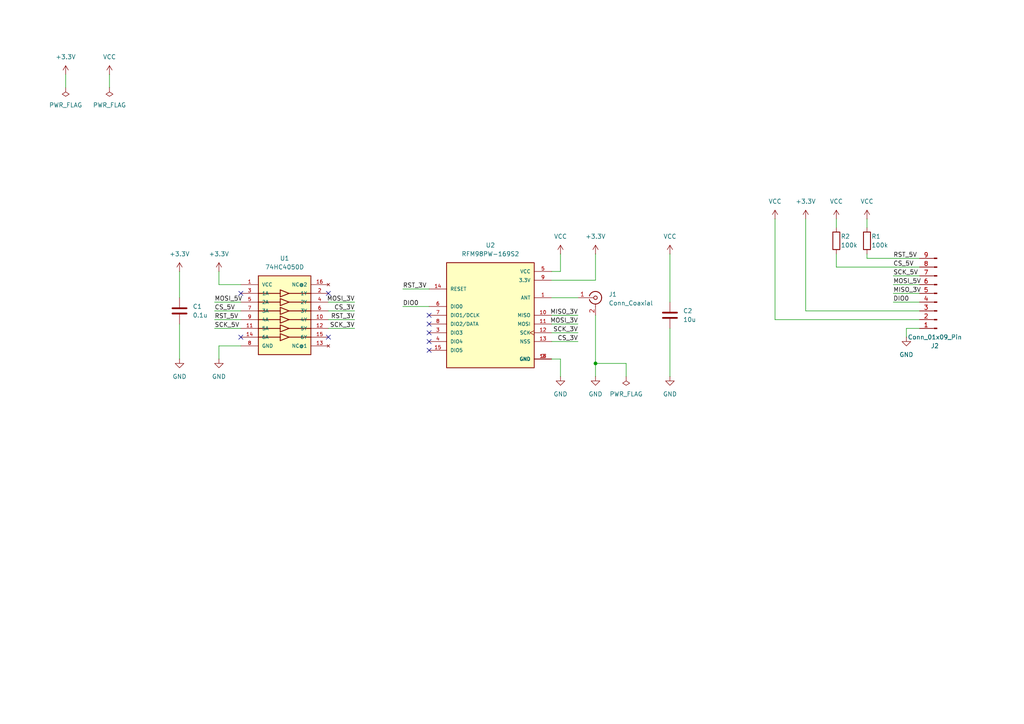
<source format=kicad_sch>
(kicad_sch
	(version 20250114)
	(generator "eeschema")
	(generator_version "9.0")
	(uuid "e943fa1b-ba14-4529-ba66-680259a91d24")
	(paper "A4")
	(lib_symbols
		(symbol "74HC4050D:74HC4050D"
			(pin_names
				(offset 1.016)
			)
			(exclude_from_sim no)
			(in_bom yes)
			(on_board yes)
			(property "Reference" "U"
				(at -7.38 11.9607 0)
				(effects
					(font
						(size 1.27 1.27)
					)
					(justify left bottom)
				)
			)
			(property "Value" "74HC4050D"
				(at -7.6329 -13.7392 0)
				(effects
					(font
						(size 1.27 1.27)
					)
					(justify left bottom)
				)
			)
			(property "Footprint" "74HC4050D:SO16"
				(at 0 0 0)
				(effects
					(font
						(size 1.27 1.27)
					)
					(justify bottom)
					(hide yes)
				)
			)
			(property "Datasheet" ""
				(at 0 0 0)
				(effects
					(font
						(size 1.27 1.27)
					)
					(hide yes)
				)
			)
			(property "Description" ""
				(at 0 0 0)
				(effects
					(font
						(size 1.27 1.27)
					)
					(hide yes)
				)
			)
			(property "MF" "Toshiba"
				(at 0 0 0)
				(effects
					(font
						(size 1.27 1.27)
					)
					(justify bottom)
					(hide yes)
				)
			)
			(property "Description_1" "\n                        \n                            Buffer, Non-Inverting 6 Element 1 Bit per Element - Output 16-SOIC\n                        \n"
				(at 0 0 0)
				(effects
					(font
						(size 1.27 1.27)
					)
					(justify bottom)
					(hide yes)
				)
			)
			(property "Package" "SOIC-16 ON Semiconductor"
				(at 0 0 0)
				(effects
					(font
						(size 1.27 1.27)
					)
					(justify bottom)
					(hide yes)
				)
			)
			(property "Price" "None"
				(at 0 0 0)
				(effects
					(font
						(size 1.27 1.27)
					)
					(justify bottom)
					(hide yes)
				)
			)
			(property "SnapEDA_Link" "https://www.snapeda.com/parts/74HC4050D/Toshiba/view-part/?ref=snap"
				(at 0 0 0)
				(effects
					(font
						(size 1.27 1.27)
					)
					(justify bottom)
					(hide yes)
				)
			)
			(property "MP" "74HC4050D"
				(at 0 0 0)
				(effects
					(font
						(size 1.27 1.27)
					)
					(justify bottom)
					(hide yes)
				)
			)
			(property "Availability" "In Stock"
				(at 0 0 0)
				(effects
					(font
						(size 1.27 1.27)
					)
					(justify bottom)
					(hide yes)
				)
			)
			(property "Check_prices" "https://www.snapeda.com/parts/74HC4050D/Toshiba/view-part/?ref=eda"
				(at 0 0 0)
				(effects
					(font
						(size 1.27 1.27)
					)
					(justify bottom)
					(hide yes)
				)
			)
			(symbol "74HC4050D_0_0"
				(polyline
					(pts
						(xy -7.62 6.35) (xy -1.27 6.35)
					)
					(stroke
						(width 0.254)
						(type default)
					)
					(fill
						(type none)
					)
				)
				(polyline
					(pts
						(xy -7.62 3.81) (xy -1.27 3.81)
					)
					(stroke
						(width 0.254)
						(type default)
					)
					(fill
						(type none)
					)
				)
				(polyline
					(pts
						(xy -7.62 1.27) (xy -1.27 1.27)
					)
					(stroke
						(width 0.254)
						(type default)
					)
					(fill
						(type none)
					)
				)
				(polyline
					(pts
						(xy -7.62 -1.27) (xy -1.27 -1.27)
					)
					(stroke
						(width 0.254)
						(type default)
					)
					(fill
						(type none)
					)
				)
				(polyline
					(pts
						(xy -7.62 -3.81) (xy -1.27 -3.81)
					)
					(stroke
						(width 0.254)
						(type default)
					)
					(fill
						(type none)
					)
				)
				(polyline
					(pts
						(xy -7.62 -6.35) (xy -1.27 -6.35)
					)
					(stroke
						(width 0.254)
						(type default)
					)
					(fill
						(type none)
					)
				)
				(rectangle
					(start -7.62 -11.43)
					(end 7.62 11.43)
					(stroke
						(width 0.254)
						(type default)
					)
					(fill
						(type background)
					)
				)
				(polyline
					(pts
						(xy -1.27 7.366) (xy -1.27 6.35)
					)
					(stroke
						(width 0.254)
						(type default)
					)
					(fill
						(type none)
					)
				)
				(polyline
					(pts
						(xy -1.27 6.35) (xy -1.27 5.334)
					)
					(stroke
						(width 0.254)
						(type default)
					)
					(fill
						(type none)
					)
				)
				(polyline
					(pts
						(xy -1.27 5.334) (xy 1.27 6.35)
					)
					(stroke
						(width 0.254)
						(type default)
					)
					(fill
						(type none)
					)
				)
				(polyline
					(pts
						(xy -1.27 4.826) (xy -1.27 3.81)
					)
					(stroke
						(width 0.254)
						(type default)
					)
					(fill
						(type none)
					)
				)
				(polyline
					(pts
						(xy -1.27 2.794) (xy -1.27 3.81)
					)
					(stroke
						(width 0.254)
						(type default)
					)
					(fill
						(type none)
					)
				)
				(polyline
					(pts
						(xy -1.27 2.794) (xy 1.27 3.81)
					)
					(stroke
						(width 0.254)
						(type default)
					)
					(fill
						(type none)
					)
				)
				(polyline
					(pts
						(xy -1.27 2.286) (xy -1.27 1.27)
					)
					(stroke
						(width 0.254)
						(type default)
					)
					(fill
						(type none)
					)
				)
				(polyline
					(pts
						(xy -1.27 1.27) (xy -1.27 0.254)
					)
					(stroke
						(width 0.254)
						(type default)
					)
					(fill
						(type none)
					)
				)
				(polyline
					(pts
						(xy -1.27 0.254) (xy 1.27 1.27)
					)
					(stroke
						(width 0.254)
						(type default)
					)
					(fill
						(type none)
					)
				)
				(polyline
					(pts
						(xy -1.27 -0.254) (xy -1.27 -1.27)
					)
					(stroke
						(width 0.254)
						(type default)
					)
					(fill
						(type none)
					)
				)
				(polyline
					(pts
						(xy -1.27 -2.286) (xy -1.27 -1.27)
					)
					(stroke
						(width 0.254)
						(type default)
					)
					(fill
						(type none)
					)
				)
				(polyline
					(pts
						(xy -1.27 -2.286) (xy 1.27 -1.27)
					)
					(stroke
						(width 0.254)
						(type default)
					)
					(fill
						(type none)
					)
				)
				(polyline
					(pts
						(xy -1.27 -2.794) (xy -1.27 -3.81)
					)
					(stroke
						(width 0.254)
						(type default)
					)
					(fill
						(type none)
					)
				)
				(polyline
					(pts
						(xy -1.27 -3.81) (xy -1.27 -4.826)
					)
					(stroke
						(width 0.254)
						(type default)
					)
					(fill
						(type none)
					)
				)
				(polyline
					(pts
						(xy -1.27 -4.826) (xy 1.27 -3.81)
					)
					(stroke
						(width 0.254)
						(type default)
					)
					(fill
						(type none)
					)
				)
				(polyline
					(pts
						(xy -1.27 -5.334) (xy -1.27 -6.35)
					)
					(stroke
						(width 0.254)
						(type default)
					)
					(fill
						(type none)
					)
				)
				(polyline
					(pts
						(xy -1.27 -7.366) (xy -1.27 -6.35)
					)
					(stroke
						(width 0.254)
						(type default)
					)
					(fill
						(type none)
					)
				)
				(polyline
					(pts
						(xy -1.27 -7.366) (xy 1.27 -6.35)
					)
					(stroke
						(width 0.254)
						(type default)
					)
					(fill
						(type none)
					)
				)
				(polyline
					(pts
						(xy 1.27 6.35) (xy -1.27 7.366)
					)
					(stroke
						(width 0.254)
						(type default)
					)
					(fill
						(type none)
					)
				)
				(polyline
					(pts
						(xy 1.27 3.81) (xy -1.27 4.826)
					)
					(stroke
						(width 0.254)
						(type default)
					)
					(fill
						(type none)
					)
				)
				(polyline
					(pts
						(xy 1.27 1.27) (xy -1.27 2.286)
					)
					(stroke
						(width 0.254)
						(type default)
					)
					(fill
						(type none)
					)
				)
				(polyline
					(pts
						(xy 1.27 -1.27) (xy -1.27 -0.254)
					)
					(stroke
						(width 0.254)
						(type default)
					)
					(fill
						(type none)
					)
				)
				(polyline
					(pts
						(xy 1.27 -3.81) (xy -1.27 -2.794)
					)
					(stroke
						(width 0.254)
						(type default)
					)
					(fill
						(type none)
					)
				)
				(polyline
					(pts
						(xy 1.27 -6.35) (xy -1.27 -5.334)
					)
					(stroke
						(width 0.254)
						(type default)
					)
					(fill
						(type none)
					)
				)
				(polyline
					(pts
						(xy 7.62 6.35) (xy 1.27 6.35)
					)
					(stroke
						(width 0.254)
						(type default)
					)
					(fill
						(type none)
					)
				)
				(polyline
					(pts
						(xy 7.62 3.81) (xy 1.27 3.81)
					)
					(stroke
						(width 0.254)
						(type default)
					)
					(fill
						(type none)
					)
				)
				(polyline
					(pts
						(xy 7.62 1.27) (xy 1.27 1.27)
					)
					(stroke
						(width 0.254)
						(type default)
					)
					(fill
						(type none)
					)
				)
				(polyline
					(pts
						(xy 7.62 -1.27) (xy 1.27 -1.27)
					)
					(stroke
						(width 0.254)
						(type default)
					)
					(fill
						(type none)
					)
				)
				(polyline
					(pts
						(xy 7.62 -3.81) (xy 1.27 -3.81)
					)
					(stroke
						(width 0.254)
						(type default)
					)
					(fill
						(type none)
					)
				)
				(polyline
					(pts
						(xy 7.62 -6.35) (xy 1.27 -6.35)
					)
					(stroke
						(width 0.254)
						(type default)
					)
					(fill
						(type none)
					)
				)
				(pin power_in line
					(at -12.7 8.89 0)
					(length 5.08)
					(name "VCC"
						(effects
							(font
								(size 1.016 1.016)
							)
						)
					)
					(number "1"
						(effects
							(font
								(size 1.016 1.016)
							)
						)
					)
				)
				(pin input line
					(at -12.7 6.35 0)
					(length 5.08)
					(name "1A"
						(effects
							(font
								(size 1.016 1.016)
							)
						)
					)
					(number "3"
						(effects
							(font
								(size 1.016 1.016)
							)
						)
					)
				)
				(pin input line
					(at -12.7 3.81 0)
					(length 5.08)
					(name "2A"
						(effects
							(font
								(size 1.016 1.016)
							)
						)
					)
					(number "5"
						(effects
							(font
								(size 1.016 1.016)
							)
						)
					)
				)
				(pin input line
					(at -12.7 1.27 0)
					(length 5.08)
					(name "3A"
						(effects
							(font
								(size 1.016 1.016)
							)
						)
					)
					(number "7"
						(effects
							(font
								(size 1.016 1.016)
							)
						)
					)
				)
				(pin input line
					(at -12.7 -1.27 0)
					(length 5.08)
					(name "4A"
						(effects
							(font
								(size 1.016 1.016)
							)
						)
					)
					(number "9"
						(effects
							(font
								(size 1.016 1.016)
							)
						)
					)
				)
				(pin input line
					(at -12.7 -3.81 0)
					(length 5.08)
					(name "5A"
						(effects
							(font
								(size 1.016 1.016)
							)
						)
					)
					(number "11"
						(effects
							(font
								(size 1.016 1.016)
							)
						)
					)
				)
				(pin input line
					(at -12.7 -6.35 0)
					(length 5.08)
					(name "6A"
						(effects
							(font
								(size 1.016 1.016)
							)
						)
					)
					(number "14"
						(effects
							(font
								(size 1.016 1.016)
							)
						)
					)
				)
				(pin power_in line
					(at -12.7 -8.89 0)
					(length 5.08)
					(name "GND"
						(effects
							(font
								(size 1.016 1.016)
							)
						)
					)
					(number "8"
						(effects
							(font
								(size 1.016 1.016)
							)
						)
					)
				)
				(pin no_connect line
					(at 12.7 8.89 180)
					(length 5.08)
					(name "NC@2"
						(effects
							(font
								(size 1.016 1.016)
							)
						)
					)
					(number "16"
						(effects
							(font
								(size 1.016 1.016)
							)
						)
					)
				)
				(pin output line
					(at 12.7 6.35 180)
					(length 5.08)
					(name "1Y"
						(effects
							(font
								(size 1.016 1.016)
							)
						)
					)
					(number "2"
						(effects
							(font
								(size 1.016 1.016)
							)
						)
					)
				)
				(pin output line
					(at 12.7 3.81 180)
					(length 5.08)
					(name "2Y"
						(effects
							(font
								(size 1.016 1.016)
							)
						)
					)
					(number "4"
						(effects
							(font
								(size 1.016 1.016)
							)
						)
					)
				)
				(pin output line
					(at 12.7 1.27 180)
					(length 5.08)
					(name "3Y"
						(effects
							(font
								(size 1.016 1.016)
							)
						)
					)
					(number "6"
						(effects
							(font
								(size 1.016 1.016)
							)
						)
					)
				)
				(pin output line
					(at 12.7 -1.27 180)
					(length 5.08)
					(name "4Y"
						(effects
							(font
								(size 1.016 1.016)
							)
						)
					)
					(number "10"
						(effects
							(font
								(size 1.016 1.016)
							)
						)
					)
				)
				(pin output line
					(at 12.7 -3.81 180)
					(length 5.08)
					(name "5Y"
						(effects
							(font
								(size 1.016 1.016)
							)
						)
					)
					(number "12"
						(effects
							(font
								(size 1.016 1.016)
							)
						)
					)
				)
				(pin output line
					(at 12.7 -6.35 180)
					(length 5.08)
					(name "6Y"
						(effects
							(font
								(size 1.016 1.016)
							)
						)
					)
					(number "15"
						(effects
							(font
								(size 1.016 1.016)
							)
						)
					)
				)
				(pin no_connect line
					(at 12.7 -8.89 180)
					(length 5.08)
					(name "NC@1"
						(effects
							(font
								(size 1.016 1.016)
							)
						)
					)
					(number "13"
						(effects
							(font
								(size 1.016 1.016)
							)
						)
					)
				)
			)
			(embedded_fonts no)
		)
		(symbol "Connector:Conn_01x09_Pin"
			(pin_names
				(offset 1.016)
				(hide yes)
			)
			(exclude_from_sim no)
			(in_bom yes)
			(on_board yes)
			(property "Reference" "J"
				(at 0 12.7 0)
				(effects
					(font
						(size 1.27 1.27)
					)
				)
			)
			(property "Value" "Conn_01x09_Pin"
				(at 0 -12.7 0)
				(effects
					(font
						(size 1.27 1.27)
					)
				)
			)
			(property "Footprint" ""
				(at 0 0 0)
				(effects
					(font
						(size 1.27 1.27)
					)
					(hide yes)
				)
			)
			(property "Datasheet" "~"
				(at 0 0 0)
				(effects
					(font
						(size 1.27 1.27)
					)
					(hide yes)
				)
			)
			(property "Description" "Generic connector, single row, 01x09, script generated"
				(at 0 0 0)
				(effects
					(font
						(size 1.27 1.27)
					)
					(hide yes)
				)
			)
			(property "ki_locked" ""
				(at 0 0 0)
				(effects
					(font
						(size 1.27 1.27)
					)
				)
			)
			(property "ki_keywords" "connector"
				(at 0 0 0)
				(effects
					(font
						(size 1.27 1.27)
					)
					(hide yes)
				)
			)
			(property "ki_fp_filters" "Connector*:*_1x??_*"
				(at 0 0 0)
				(effects
					(font
						(size 1.27 1.27)
					)
					(hide yes)
				)
			)
			(symbol "Conn_01x09_Pin_1_1"
				(rectangle
					(start 0.8636 10.287)
					(end 0 10.033)
					(stroke
						(width 0.1524)
						(type default)
					)
					(fill
						(type outline)
					)
				)
				(rectangle
					(start 0.8636 7.747)
					(end 0 7.493)
					(stroke
						(width 0.1524)
						(type default)
					)
					(fill
						(type outline)
					)
				)
				(rectangle
					(start 0.8636 5.207)
					(end 0 4.953)
					(stroke
						(width 0.1524)
						(type default)
					)
					(fill
						(type outline)
					)
				)
				(rectangle
					(start 0.8636 2.667)
					(end 0 2.413)
					(stroke
						(width 0.1524)
						(type default)
					)
					(fill
						(type outline)
					)
				)
				(rectangle
					(start 0.8636 0.127)
					(end 0 -0.127)
					(stroke
						(width 0.1524)
						(type default)
					)
					(fill
						(type outline)
					)
				)
				(rectangle
					(start 0.8636 -2.413)
					(end 0 -2.667)
					(stroke
						(width 0.1524)
						(type default)
					)
					(fill
						(type outline)
					)
				)
				(rectangle
					(start 0.8636 -4.953)
					(end 0 -5.207)
					(stroke
						(width 0.1524)
						(type default)
					)
					(fill
						(type outline)
					)
				)
				(rectangle
					(start 0.8636 -7.493)
					(end 0 -7.747)
					(stroke
						(width 0.1524)
						(type default)
					)
					(fill
						(type outline)
					)
				)
				(rectangle
					(start 0.8636 -10.033)
					(end 0 -10.287)
					(stroke
						(width 0.1524)
						(type default)
					)
					(fill
						(type outline)
					)
				)
				(polyline
					(pts
						(xy 1.27 10.16) (xy 0.8636 10.16)
					)
					(stroke
						(width 0.1524)
						(type default)
					)
					(fill
						(type none)
					)
				)
				(polyline
					(pts
						(xy 1.27 7.62) (xy 0.8636 7.62)
					)
					(stroke
						(width 0.1524)
						(type default)
					)
					(fill
						(type none)
					)
				)
				(polyline
					(pts
						(xy 1.27 5.08) (xy 0.8636 5.08)
					)
					(stroke
						(width 0.1524)
						(type default)
					)
					(fill
						(type none)
					)
				)
				(polyline
					(pts
						(xy 1.27 2.54) (xy 0.8636 2.54)
					)
					(stroke
						(width 0.1524)
						(type default)
					)
					(fill
						(type none)
					)
				)
				(polyline
					(pts
						(xy 1.27 0) (xy 0.8636 0)
					)
					(stroke
						(width 0.1524)
						(type default)
					)
					(fill
						(type none)
					)
				)
				(polyline
					(pts
						(xy 1.27 -2.54) (xy 0.8636 -2.54)
					)
					(stroke
						(width 0.1524)
						(type default)
					)
					(fill
						(type none)
					)
				)
				(polyline
					(pts
						(xy 1.27 -5.08) (xy 0.8636 -5.08)
					)
					(stroke
						(width 0.1524)
						(type default)
					)
					(fill
						(type none)
					)
				)
				(polyline
					(pts
						(xy 1.27 -7.62) (xy 0.8636 -7.62)
					)
					(stroke
						(width 0.1524)
						(type default)
					)
					(fill
						(type none)
					)
				)
				(polyline
					(pts
						(xy 1.27 -10.16) (xy 0.8636 -10.16)
					)
					(stroke
						(width 0.1524)
						(type default)
					)
					(fill
						(type none)
					)
				)
				(pin passive line
					(at 5.08 10.16 180)
					(length 3.81)
					(name "Pin_1"
						(effects
							(font
								(size 1.27 1.27)
							)
						)
					)
					(number "1"
						(effects
							(font
								(size 1.27 1.27)
							)
						)
					)
				)
				(pin passive line
					(at 5.08 7.62 180)
					(length 3.81)
					(name "Pin_2"
						(effects
							(font
								(size 1.27 1.27)
							)
						)
					)
					(number "2"
						(effects
							(font
								(size 1.27 1.27)
							)
						)
					)
				)
				(pin passive line
					(at 5.08 5.08 180)
					(length 3.81)
					(name "Pin_3"
						(effects
							(font
								(size 1.27 1.27)
							)
						)
					)
					(number "3"
						(effects
							(font
								(size 1.27 1.27)
							)
						)
					)
				)
				(pin passive line
					(at 5.08 2.54 180)
					(length 3.81)
					(name "Pin_4"
						(effects
							(font
								(size 1.27 1.27)
							)
						)
					)
					(number "4"
						(effects
							(font
								(size 1.27 1.27)
							)
						)
					)
				)
				(pin passive line
					(at 5.08 0 180)
					(length 3.81)
					(name "Pin_5"
						(effects
							(font
								(size 1.27 1.27)
							)
						)
					)
					(number "5"
						(effects
							(font
								(size 1.27 1.27)
							)
						)
					)
				)
				(pin passive line
					(at 5.08 -2.54 180)
					(length 3.81)
					(name "Pin_6"
						(effects
							(font
								(size 1.27 1.27)
							)
						)
					)
					(number "6"
						(effects
							(font
								(size 1.27 1.27)
							)
						)
					)
				)
				(pin passive line
					(at 5.08 -5.08 180)
					(length 3.81)
					(name "Pin_7"
						(effects
							(font
								(size 1.27 1.27)
							)
						)
					)
					(number "7"
						(effects
							(font
								(size 1.27 1.27)
							)
						)
					)
				)
				(pin passive line
					(at 5.08 -7.62 180)
					(length 3.81)
					(name "Pin_8"
						(effects
							(font
								(size 1.27 1.27)
							)
						)
					)
					(number "8"
						(effects
							(font
								(size 1.27 1.27)
							)
						)
					)
				)
				(pin passive line
					(at 5.08 -10.16 180)
					(length 3.81)
					(name "Pin_9"
						(effects
							(font
								(size 1.27 1.27)
							)
						)
					)
					(number "9"
						(effects
							(font
								(size 1.27 1.27)
							)
						)
					)
				)
			)
			(embedded_fonts no)
		)
		(symbol "Connector:Conn_Coaxial"
			(pin_names
				(offset 1.016)
				(hide yes)
			)
			(exclude_from_sim no)
			(in_bom yes)
			(on_board yes)
			(property "Reference" "J"
				(at 0.254 3.048 0)
				(effects
					(font
						(size 1.27 1.27)
					)
				)
			)
			(property "Value" "Conn_Coaxial"
				(at 2.921 0 90)
				(effects
					(font
						(size 1.27 1.27)
					)
				)
			)
			(property "Footprint" ""
				(at 0 0 0)
				(effects
					(font
						(size 1.27 1.27)
					)
					(hide yes)
				)
			)
			(property "Datasheet" "~"
				(at 0 0 0)
				(effects
					(font
						(size 1.27 1.27)
					)
					(hide yes)
				)
			)
			(property "Description" "coaxial connector (BNC, SMA, SMB, SMC, Cinch/RCA, LEMO, ...)"
				(at 0 0 0)
				(effects
					(font
						(size 1.27 1.27)
					)
					(hide yes)
				)
			)
			(property "ki_keywords" "BNC SMA SMB SMC LEMO coaxial connector CINCH RCA MCX MMCX U.FL UMRF"
				(at 0 0 0)
				(effects
					(font
						(size 1.27 1.27)
					)
					(hide yes)
				)
			)
			(property "ki_fp_filters" "*BNC* *SMA* *SMB* *SMC* *Cinch* *LEMO* *UMRF* *MCX* *U.FL*"
				(at 0 0 0)
				(effects
					(font
						(size 1.27 1.27)
					)
					(hide yes)
				)
			)
			(symbol "Conn_Coaxial_0_1"
				(polyline
					(pts
						(xy -2.54 0) (xy -0.508 0)
					)
					(stroke
						(width 0)
						(type default)
					)
					(fill
						(type none)
					)
				)
				(arc
					(start 1.778 0)
					(mid 0.222 -1.8079)
					(end -1.778 -0.508)
					(stroke
						(width 0.254)
						(type default)
					)
					(fill
						(type none)
					)
				)
				(arc
					(start -1.778 0.508)
					(mid 0.2221 1.8084)
					(end 1.778 0)
					(stroke
						(width 0.254)
						(type default)
					)
					(fill
						(type none)
					)
				)
				(circle
					(center 0 0)
					(radius 0.508)
					(stroke
						(width 0.2032)
						(type default)
					)
					(fill
						(type none)
					)
				)
				(polyline
					(pts
						(xy 0 -2.54) (xy 0 -1.778)
					)
					(stroke
						(width 0)
						(type default)
					)
					(fill
						(type none)
					)
				)
			)
			(symbol "Conn_Coaxial_1_1"
				(pin passive line
					(at -5.08 0 0)
					(length 2.54)
					(name "In"
						(effects
							(font
								(size 1.27 1.27)
							)
						)
					)
					(number "1"
						(effects
							(font
								(size 1.27 1.27)
							)
						)
					)
				)
				(pin passive line
					(at 0 -5.08 90)
					(length 2.54)
					(name "Ext"
						(effects
							(font
								(size 1.27 1.27)
							)
						)
					)
					(number "2"
						(effects
							(font
								(size 1.27 1.27)
							)
						)
					)
				)
			)
			(embedded_fonts no)
		)
		(symbol "Device:C"
			(pin_numbers
				(hide yes)
			)
			(pin_names
				(offset 0.254)
			)
			(exclude_from_sim no)
			(in_bom yes)
			(on_board yes)
			(property "Reference" "C"
				(at 0.635 2.54 0)
				(effects
					(font
						(size 1.27 1.27)
					)
					(justify left)
				)
			)
			(property "Value" "C"
				(at 0.635 -2.54 0)
				(effects
					(font
						(size 1.27 1.27)
					)
					(justify left)
				)
			)
			(property "Footprint" ""
				(at 0.9652 -3.81 0)
				(effects
					(font
						(size 1.27 1.27)
					)
					(hide yes)
				)
			)
			(property "Datasheet" "~"
				(at 0 0 0)
				(effects
					(font
						(size 1.27 1.27)
					)
					(hide yes)
				)
			)
			(property "Description" "Unpolarized capacitor"
				(at 0 0 0)
				(effects
					(font
						(size 1.27 1.27)
					)
					(hide yes)
				)
			)
			(property "ki_keywords" "cap capacitor"
				(at 0 0 0)
				(effects
					(font
						(size 1.27 1.27)
					)
					(hide yes)
				)
			)
			(property "ki_fp_filters" "C_*"
				(at 0 0 0)
				(effects
					(font
						(size 1.27 1.27)
					)
					(hide yes)
				)
			)
			(symbol "C_0_1"
				(polyline
					(pts
						(xy -2.032 0.762) (xy 2.032 0.762)
					)
					(stroke
						(width 0.508)
						(type default)
					)
					(fill
						(type none)
					)
				)
				(polyline
					(pts
						(xy -2.032 -0.762) (xy 2.032 -0.762)
					)
					(stroke
						(width 0.508)
						(type default)
					)
					(fill
						(type none)
					)
				)
			)
			(symbol "C_1_1"
				(pin passive line
					(at 0 3.81 270)
					(length 2.794)
					(name "~"
						(effects
							(font
								(size 1.27 1.27)
							)
						)
					)
					(number "1"
						(effects
							(font
								(size 1.27 1.27)
							)
						)
					)
				)
				(pin passive line
					(at 0 -3.81 90)
					(length 2.794)
					(name "~"
						(effects
							(font
								(size 1.27 1.27)
							)
						)
					)
					(number "2"
						(effects
							(font
								(size 1.27 1.27)
							)
						)
					)
				)
			)
			(embedded_fonts no)
		)
		(symbol "Device:R"
			(pin_numbers
				(hide yes)
			)
			(pin_names
				(offset 0)
			)
			(exclude_from_sim no)
			(in_bom yes)
			(on_board yes)
			(property "Reference" "R"
				(at 2.032 0 90)
				(effects
					(font
						(size 1.27 1.27)
					)
				)
			)
			(property "Value" "R"
				(at 0 0 90)
				(effects
					(font
						(size 1.27 1.27)
					)
				)
			)
			(property "Footprint" ""
				(at -1.778 0 90)
				(effects
					(font
						(size 1.27 1.27)
					)
					(hide yes)
				)
			)
			(property "Datasheet" "~"
				(at 0 0 0)
				(effects
					(font
						(size 1.27 1.27)
					)
					(hide yes)
				)
			)
			(property "Description" "Resistor"
				(at 0 0 0)
				(effects
					(font
						(size 1.27 1.27)
					)
					(hide yes)
				)
			)
			(property "ki_keywords" "R res resistor"
				(at 0 0 0)
				(effects
					(font
						(size 1.27 1.27)
					)
					(hide yes)
				)
			)
			(property "ki_fp_filters" "R_*"
				(at 0 0 0)
				(effects
					(font
						(size 1.27 1.27)
					)
					(hide yes)
				)
			)
			(symbol "R_0_1"
				(rectangle
					(start -1.016 -2.54)
					(end 1.016 2.54)
					(stroke
						(width 0.254)
						(type default)
					)
					(fill
						(type none)
					)
				)
			)
			(symbol "R_1_1"
				(pin passive line
					(at 0 3.81 270)
					(length 1.27)
					(name "~"
						(effects
							(font
								(size 1.27 1.27)
							)
						)
					)
					(number "1"
						(effects
							(font
								(size 1.27 1.27)
							)
						)
					)
				)
				(pin passive line
					(at 0 -3.81 90)
					(length 1.27)
					(name "~"
						(effects
							(font
								(size 1.27 1.27)
							)
						)
					)
					(number "2"
						(effects
							(font
								(size 1.27 1.27)
							)
						)
					)
				)
			)
			(embedded_fonts no)
		)
		(symbol "RFM98PW-169S2:RFM98PW-169S2"
			(pin_names
				(offset 1.016)
			)
			(exclude_from_sim no)
			(in_bom yes)
			(on_board yes)
			(property "Reference" "U"
				(at -12.7 17.78 0)
				(effects
					(font
						(size 1.27 1.27)
					)
					(justify left top)
				)
			)
			(property "Value" "RFM98PW-169S2"
				(at -12.7 -17.78 0)
				(effects
					(font
						(size 1.27 1.27)
					)
					(justify left bottom)
				)
			)
			(property "Footprint" "RFM98PW-169S2:XCVR_RFM98PW-169S2"
				(at 0 0 0)
				(effects
					(font
						(size 1.27 1.27)
					)
					(justify bottom)
					(hide yes)
				)
			)
			(property "Datasheet" ""
				(at 0 0 0)
				(effects
					(font
						(size 1.27 1.27)
					)
					(hide yes)
				)
			)
			(property "Description" ""
				(at 0 0 0)
				(effects
					(font
						(size 1.27 1.27)
					)
					(hide yes)
				)
			)
			(property "MF" "Hope Microelectronics"
				(at 0 0 0)
				(effects
					(font
						(size 1.27 1.27)
					)
					(justify bottom)
					(hide yes)
				)
			)
			(property "MAXIMUM_PACKAGE_HEIGHT" "3.85mm"
				(at 0 0 0)
				(effects
					(font
						(size 1.27 1.27)
					)
					(justify bottom)
					(hide yes)
				)
			)
			(property "Package" "None"
				(at 0 0 0)
				(effects
					(font
						(size 1.27 1.27)
					)
					(justify bottom)
					(hide yes)
				)
			)
			(property "Price" "None"
				(at 0 0 0)
				(effects
					(font
						(size 1.27 1.27)
					)
					(justify bottom)
					(hide yes)
				)
			)
			(property "Check_prices" "https://www.snapeda.com/parts/RFM98PW-169S2/HOPE+Microelectronics/view-part/?ref=eda"
				(at 0 0 0)
				(effects
					(font
						(size 1.27 1.27)
					)
					(justify bottom)
					(hide yes)
				)
			)
			(property "STANDARD" "IPC-7351B"
				(at 0 0 0)
				(effects
					(font
						(size 1.27 1.27)
					)
					(justify bottom)
					(hide yes)
				)
			)
			(property "PARTREV" "1.1"
				(at 0 0 0)
				(effects
					(font
						(size 1.27 1.27)
					)
					(justify bottom)
					(hide yes)
				)
			)
			(property "SnapEDA_Link" "https://www.snapeda.com/parts/RFM98PW-169S2/HOPE+Microelectronics/view-part/?ref=snap"
				(at 0 0 0)
				(effects
					(font
						(size 1.27 1.27)
					)
					(justify bottom)
					(hide yes)
				)
			)
			(property "MP" "RFM98PW-169S2"
				(at 0 0 0)
				(effects
					(font
						(size 1.27 1.27)
					)
					(justify bottom)
					(hide yes)
				)
			)
			(property "Description_1" "\n                        \n                            Module: RF; FM transceiver; FSK, GFSK, GMSK, LoRa, MSK, OOK; 169MHz\n                        \n"
				(at 0 0 0)
				(effects
					(font
						(size 1.27 1.27)
					)
					(justify bottom)
					(hide yes)
				)
			)
			(property "Availability" "Not in stock"
				(at 0 0 0)
				(effects
					(font
						(size 1.27 1.27)
					)
					(justify bottom)
					(hide yes)
				)
			)
			(property "MANUFACTURER" "Hoperf Microelectronics"
				(at 0 0 0)
				(effects
					(font
						(size 1.27 1.27)
					)
					(justify bottom)
					(hide yes)
				)
			)
			(symbol "RFM98PW-169S2_0_0"
				(rectangle
					(start -12.7 -15.24)
					(end 12.7 15.24)
					(stroke
						(width 0.254)
						(type default)
					)
					(fill
						(type background)
					)
				)
				(pin input line
					(at -17.78 7.62 0)
					(length 5.08)
					(name "RESET"
						(effects
							(font
								(size 1.016 1.016)
							)
						)
					)
					(number "14"
						(effects
							(font
								(size 1.016 1.016)
							)
						)
					)
				)
				(pin bidirectional line
					(at -17.78 2.54 0)
					(length 5.08)
					(name "DIO0"
						(effects
							(font
								(size 1.016 1.016)
							)
						)
					)
					(number "6"
						(effects
							(font
								(size 1.016 1.016)
							)
						)
					)
				)
				(pin bidirectional line
					(at -17.78 0 0)
					(length 5.08)
					(name "DIO1/DCLK"
						(effects
							(font
								(size 1.016 1.016)
							)
						)
					)
					(number "7"
						(effects
							(font
								(size 1.016 1.016)
							)
						)
					)
				)
				(pin bidirectional line
					(at -17.78 -2.54 0)
					(length 5.08)
					(name "DIO2/DATA"
						(effects
							(font
								(size 1.016 1.016)
							)
						)
					)
					(number "8"
						(effects
							(font
								(size 1.016 1.016)
							)
						)
					)
				)
				(pin bidirectional line
					(at -17.78 -5.08 0)
					(length 5.08)
					(name "DIO3"
						(effects
							(font
								(size 1.016 1.016)
							)
						)
					)
					(number "3"
						(effects
							(font
								(size 1.016 1.016)
							)
						)
					)
				)
				(pin bidirectional line
					(at -17.78 -7.62 0)
					(length 5.08)
					(name "DIO4"
						(effects
							(font
								(size 1.016 1.016)
							)
						)
					)
					(number "4"
						(effects
							(font
								(size 1.016 1.016)
							)
						)
					)
				)
				(pin bidirectional line
					(at -17.78 -10.16 0)
					(length 5.08)
					(name "DIO5"
						(effects
							(font
								(size 1.016 1.016)
							)
						)
					)
					(number "15"
						(effects
							(font
								(size 1.016 1.016)
							)
						)
					)
				)
				(pin power_in line
					(at 17.78 12.7 180)
					(length 5.08)
					(name "VCC"
						(effects
							(font
								(size 1.016 1.016)
							)
						)
					)
					(number "5"
						(effects
							(font
								(size 1.016 1.016)
							)
						)
					)
				)
				(pin power_in line
					(at 17.78 10.16 180)
					(length 5.08)
					(name "3.3V"
						(effects
							(font
								(size 1.016 1.016)
							)
						)
					)
					(number "9"
						(effects
							(font
								(size 1.016 1.016)
							)
						)
					)
				)
				(pin bidirectional line
					(at 17.78 5.08 180)
					(length 5.08)
					(name "ANT"
						(effects
							(font
								(size 1.016 1.016)
							)
						)
					)
					(number "1"
						(effects
							(font
								(size 1.016 1.016)
							)
						)
					)
				)
				(pin output line
					(at 17.78 0 180)
					(length 5.08)
					(name "MISO"
						(effects
							(font
								(size 1.016 1.016)
							)
						)
					)
					(number "10"
						(effects
							(font
								(size 1.016 1.016)
							)
						)
					)
				)
				(pin input line
					(at 17.78 -2.54 180)
					(length 5.08)
					(name "MOSI"
						(effects
							(font
								(size 1.016 1.016)
							)
						)
					)
					(number "11"
						(effects
							(font
								(size 1.016 1.016)
							)
						)
					)
				)
				(pin input clock
					(at 17.78 -5.08 180)
					(length 5.08)
					(name "SCK"
						(effects
							(font
								(size 1.016 1.016)
							)
						)
					)
					(number "12"
						(effects
							(font
								(size 1.016 1.016)
							)
						)
					)
				)
				(pin input line
					(at 17.78 -7.62 180)
					(length 5.08)
					(name "NSS"
						(effects
							(font
								(size 1.016 1.016)
							)
						)
					)
					(number "13"
						(effects
							(font
								(size 1.016 1.016)
							)
						)
					)
				)
				(pin power_in line
					(at 17.78 -12.7 180)
					(length 5.08)
					(name "GND"
						(effects
							(font
								(size 1.016 1.016)
							)
						)
					)
					(number "16"
						(effects
							(font
								(size 1.016 1.016)
							)
						)
					)
				)
				(pin power_in line
					(at 17.78 -12.7 180)
					(length 5.08)
					(name "GND"
						(effects
							(font
								(size 1.016 1.016)
							)
						)
					)
					(number "17"
						(effects
							(font
								(size 1.016 1.016)
							)
						)
					)
				)
				(pin power_in line
					(at 17.78 -12.7 180)
					(length 5.08)
					(name "GND"
						(effects
							(font
								(size 1.016 1.016)
							)
						)
					)
					(number "2"
						(effects
							(font
								(size 1.016 1.016)
							)
						)
					)
				)
			)
			(embedded_fonts no)
		)
		(symbol "power:+3.3V"
			(power)
			(pin_numbers
				(hide yes)
			)
			(pin_names
				(offset 0)
				(hide yes)
			)
			(exclude_from_sim no)
			(in_bom yes)
			(on_board yes)
			(property "Reference" "#PWR"
				(at 0 -3.81 0)
				(effects
					(font
						(size 1.27 1.27)
					)
					(hide yes)
				)
			)
			(property "Value" "+3.3V"
				(at 0 3.556 0)
				(effects
					(font
						(size 1.27 1.27)
					)
				)
			)
			(property "Footprint" ""
				(at 0 0 0)
				(effects
					(font
						(size 1.27 1.27)
					)
					(hide yes)
				)
			)
			(property "Datasheet" ""
				(at 0 0 0)
				(effects
					(font
						(size 1.27 1.27)
					)
					(hide yes)
				)
			)
			(property "Description" "Power symbol creates a global label with name \"+3.3V\""
				(at 0 0 0)
				(effects
					(font
						(size 1.27 1.27)
					)
					(hide yes)
				)
			)
			(property "ki_keywords" "global power"
				(at 0 0 0)
				(effects
					(font
						(size 1.27 1.27)
					)
					(hide yes)
				)
			)
			(symbol "+3.3V_0_1"
				(polyline
					(pts
						(xy -0.762 1.27) (xy 0 2.54)
					)
					(stroke
						(width 0)
						(type default)
					)
					(fill
						(type none)
					)
				)
				(polyline
					(pts
						(xy 0 2.54) (xy 0.762 1.27)
					)
					(stroke
						(width 0)
						(type default)
					)
					(fill
						(type none)
					)
				)
				(polyline
					(pts
						(xy 0 0) (xy 0 2.54)
					)
					(stroke
						(width 0)
						(type default)
					)
					(fill
						(type none)
					)
				)
			)
			(symbol "+3.3V_1_1"
				(pin power_in line
					(at 0 0 90)
					(length 0)
					(name "~"
						(effects
							(font
								(size 1.27 1.27)
							)
						)
					)
					(number "1"
						(effects
							(font
								(size 1.27 1.27)
							)
						)
					)
				)
			)
			(embedded_fonts no)
		)
		(symbol "power:GND"
			(power)
			(pin_numbers
				(hide yes)
			)
			(pin_names
				(offset 0)
				(hide yes)
			)
			(exclude_from_sim no)
			(in_bom yes)
			(on_board yes)
			(property "Reference" "#PWR"
				(at 0 -6.35 0)
				(effects
					(font
						(size 1.27 1.27)
					)
					(hide yes)
				)
			)
			(property "Value" "GND"
				(at 0 -3.81 0)
				(effects
					(font
						(size 1.27 1.27)
					)
				)
			)
			(property "Footprint" ""
				(at 0 0 0)
				(effects
					(font
						(size 1.27 1.27)
					)
					(hide yes)
				)
			)
			(property "Datasheet" ""
				(at 0 0 0)
				(effects
					(font
						(size 1.27 1.27)
					)
					(hide yes)
				)
			)
			(property "Description" "Power symbol creates a global label with name \"GND\" , ground"
				(at 0 0 0)
				(effects
					(font
						(size 1.27 1.27)
					)
					(hide yes)
				)
			)
			(property "ki_keywords" "global power"
				(at 0 0 0)
				(effects
					(font
						(size 1.27 1.27)
					)
					(hide yes)
				)
			)
			(symbol "GND_0_1"
				(polyline
					(pts
						(xy 0 0) (xy 0 -1.27) (xy 1.27 -1.27) (xy 0 -2.54) (xy -1.27 -1.27) (xy 0 -1.27)
					)
					(stroke
						(width 0)
						(type default)
					)
					(fill
						(type none)
					)
				)
			)
			(symbol "GND_1_1"
				(pin power_in line
					(at 0 0 270)
					(length 0)
					(name "~"
						(effects
							(font
								(size 1.27 1.27)
							)
						)
					)
					(number "1"
						(effects
							(font
								(size 1.27 1.27)
							)
						)
					)
				)
			)
			(embedded_fonts no)
		)
		(symbol "power:PWR_FLAG"
			(power)
			(pin_numbers
				(hide yes)
			)
			(pin_names
				(offset 0)
				(hide yes)
			)
			(exclude_from_sim no)
			(in_bom yes)
			(on_board yes)
			(property "Reference" "#FLG"
				(at 0 1.905 0)
				(effects
					(font
						(size 1.27 1.27)
					)
					(hide yes)
				)
			)
			(property "Value" "PWR_FLAG"
				(at 0 3.81 0)
				(effects
					(font
						(size 1.27 1.27)
					)
				)
			)
			(property "Footprint" ""
				(at 0 0 0)
				(effects
					(font
						(size 1.27 1.27)
					)
					(hide yes)
				)
			)
			(property "Datasheet" "~"
				(at 0 0 0)
				(effects
					(font
						(size 1.27 1.27)
					)
					(hide yes)
				)
			)
			(property "Description" "Special symbol for telling ERC where power comes from"
				(at 0 0 0)
				(effects
					(font
						(size 1.27 1.27)
					)
					(hide yes)
				)
			)
			(property "ki_keywords" "flag power"
				(at 0 0 0)
				(effects
					(font
						(size 1.27 1.27)
					)
					(hide yes)
				)
			)
			(symbol "PWR_FLAG_0_0"
				(pin power_out line
					(at 0 0 90)
					(length 0)
					(name "~"
						(effects
							(font
								(size 1.27 1.27)
							)
						)
					)
					(number "1"
						(effects
							(font
								(size 1.27 1.27)
							)
						)
					)
				)
			)
			(symbol "PWR_FLAG_0_1"
				(polyline
					(pts
						(xy 0 0) (xy 0 1.27) (xy -1.016 1.905) (xy 0 2.54) (xy 1.016 1.905) (xy 0 1.27)
					)
					(stroke
						(width 0)
						(type default)
					)
					(fill
						(type none)
					)
				)
			)
			(embedded_fonts no)
		)
		(symbol "power:VCC"
			(power)
			(pin_numbers
				(hide yes)
			)
			(pin_names
				(offset 0)
				(hide yes)
			)
			(exclude_from_sim no)
			(in_bom yes)
			(on_board yes)
			(property "Reference" "#PWR"
				(at 0 -3.81 0)
				(effects
					(font
						(size 1.27 1.27)
					)
					(hide yes)
				)
			)
			(property "Value" "VCC"
				(at 0 3.556 0)
				(effects
					(font
						(size 1.27 1.27)
					)
				)
			)
			(property "Footprint" ""
				(at 0 0 0)
				(effects
					(font
						(size 1.27 1.27)
					)
					(hide yes)
				)
			)
			(property "Datasheet" ""
				(at 0 0 0)
				(effects
					(font
						(size 1.27 1.27)
					)
					(hide yes)
				)
			)
			(property "Description" "Power symbol creates a global label with name \"VCC\""
				(at 0 0 0)
				(effects
					(font
						(size 1.27 1.27)
					)
					(hide yes)
				)
			)
			(property "ki_keywords" "global power"
				(at 0 0 0)
				(effects
					(font
						(size 1.27 1.27)
					)
					(hide yes)
				)
			)
			(symbol "VCC_0_1"
				(polyline
					(pts
						(xy -0.762 1.27) (xy 0 2.54)
					)
					(stroke
						(width 0)
						(type default)
					)
					(fill
						(type none)
					)
				)
				(polyline
					(pts
						(xy 0 2.54) (xy 0.762 1.27)
					)
					(stroke
						(width 0)
						(type default)
					)
					(fill
						(type none)
					)
				)
				(polyline
					(pts
						(xy 0 0) (xy 0 2.54)
					)
					(stroke
						(width 0)
						(type default)
					)
					(fill
						(type none)
					)
				)
			)
			(symbol "VCC_1_1"
				(pin power_in line
					(at 0 0 90)
					(length 0)
					(name "~"
						(effects
							(font
								(size 1.27 1.27)
							)
						)
					)
					(number "1"
						(effects
							(font
								(size 1.27 1.27)
							)
						)
					)
				)
			)
			(embedded_fonts no)
		)
	)
	(junction
		(at 172.72 105.41)
		(diameter 0)
		(color 0 0 0 0)
		(uuid "6a970b3a-4b11-4a12-895e-098053e968cc")
	)
	(no_connect
		(at 95.25 85.09)
		(uuid "0db36e49-e125-4d96-a4bd-f6dc334bd9b4")
	)
	(no_connect
		(at 124.46 99.06)
		(uuid "16d603e9-7a71-42d3-b258-4045c10beddc")
	)
	(no_connect
		(at 124.46 91.44)
		(uuid "2b236fca-7666-4c5e-8d1a-d4a3e6cd352a")
	)
	(no_connect
		(at 124.46 96.52)
		(uuid "3232599b-6ac6-4e27-8ba5-478a61600651")
	)
	(no_connect
		(at 69.85 97.79)
		(uuid "395095de-b34a-40e4-9330-887a8caa6b14")
	)
	(no_connect
		(at 69.85 85.09)
		(uuid "62e8992a-2064-4dde-a1c6-08c34a9acd68")
	)
	(no_connect
		(at 124.46 101.6)
		(uuid "9c0752cd-8b59-4175-8b52-02f2b461be17")
	)
	(no_connect
		(at 124.46 93.98)
		(uuid "bdb296c1-b98c-4c6e-b2fd-8760c3495cee")
	)
	(no_connect
		(at 95.25 97.79)
		(uuid "e7aa012d-17b1-441e-9142-2f650af50421")
	)
	(wire
		(pts
			(xy 62.23 87.63) (xy 69.85 87.63)
		)
		(stroke
			(width 0)
			(type default)
		)
		(uuid "005f5c89-2ba3-49dc-8693-1fb4e57b8ec8")
	)
	(wire
		(pts
			(xy 63.5 100.33) (xy 63.5 104.14)
		)
		(stroke
			(width 0)
			(type default)
		)
		(uuid "0265d9e1-a204-4c9d-a441-12ca5a29f334")
	)
	(wire
		(pts
			(xy 242.57 73.66) (xy 242.57 77.47)
		)
		(stroke
			(width 0)
			(type default)
		)
		(uuid "07ee5175-5fac-4eac-9a0d-f6cfcb635d6c")
	)
	(wire
		(pts
			(xy 160.02 99.06) (xy 167.64 99.06)
		)
		(stroke
			(width 0)
			(type default)
		)
		(uuid "126504cd-5aee-40c6-a9dc-bde0a580ff98")
	)
	(wire
		(pts
			(xy 160.02 93.98) (xy 167.64 93.98)
		)
		(stroke
			(width 0)
			(type default)
		)
		(uuid "1d443e51-d08a-4cb7-b47f-4d425f54c006")
	)
	(wire
		(pts
			(xy 194.31 73.66) (xy 194.31 87.63)
		)
		(stroke
			(width 0)
			(type default)
		)
		(uuid "1ec87924-8111-49d5-b16e-e173d00aa17e")
	)
	(wire
		(pts
			(xy 259.08 82.55) (xy 266.7 82.55)
		)
		(stroke
			(width 0)
			(type default)
		)
		(uuid "1f5c17ac-a21f-4b56-8cee-dfe9a0fdb651")
	)
	(wire
		(pts
			(xy 160.02 104.14) (xy 162.56 104.14)
		)
		(stroke
			(width 0)
			(type default)
		)
		(uuid "1f932dcf-bd45-49e1-91ff-4bcfcca7c797")
	)
	(wire
		(pts
			(xy 259.08 80.01) (xy 266.7 80.01)
		)
		(stroke
			(width 0)
			(type default)
		)
		(uuid "215676d4-0619-4381-9ace-c19590fef15e")
	)
	(wire
		(pts
			(xy 95.25 92.71) (xy 102.87 92.71)
		)
		(stroke
			(width 0)
			(type default)
		)
		(uuid "263a98e4-be2b-41d0-8251-5bde9843e47f")
	)
	(wire
		(pts
			(xy 52.07 93.98) (xy 52.07 104.14)
		)
		(stroke
			(width 0)
			(type default)
		)
		(uuid "285e1317-ad70-4182-bba4-46d8e1c201cf")
	)
	(wire
		(pts
			(xy 262.89 97.79) (xy 262.89 95.25)
		)
		(stroke
			(width 0)
			(type default)
		)
		(uuid "286c4005-dc41-41c5-8db4-cd0dbc475518")
	)
	(wire
		(pts
			(xy 160.02 96.52) (xy 167.64 96.52)
		)
		(stroke
			(width 0)
			(type default)
		)
		(uuid "2c9f7a53-f885-4a5f-9308-4775098b6912")
	)
	(wire
		(pts
			(xy 224.79 92.71) (xy 266.7 92.71)
		)
		(stroke
			(width 0)
			(type default)
		)
		(uuid "3050f137-8bb3-4714-a47c-4303e3b0769c")
	)
	(wire
		(pts
			(xy 242.57 63.5) (xy 242.57 66.04)
		)
		(stroke
			(width 0)
			(type default)
		)
		(uuid "3933ad51-4b7f-4a94-8c7d-d9e4bd81f070")
	)
	(wire
		(pts
			(xy 19.05 21.59) (xy 19.05 25.4)
		)
		(stroke
			(width 0)
			(type default)
		)
		(uuid "3a353044-65d4-4182-963a-a7b78efdb1cf")
	)
	(wire
		(pts
			(xy 162.56 78.74) (xy 160.02 78.74)
		)
		(stroke
			(width 0)
			(type default)
		)
		(uuid "460c0c64-05f6-4ae6-85b1-3c14da363313")
	)
	(wire
		(pts
			(xy 62.23 95.25) (xy 69.85 95.25)
		)
		(stroke
			(width 0)
			(type default)
		)
		(uuid "518c4e51-7c00-4cec-83f5-26d3e2b4824e")
	)
	(wire
		(pts
			(xy 160.02 91.44) (xy 167.64 91.44)
		)
		(stroke
			(width 0)
			(type default)
		)
		(uuid "56e5c011-941c-47ea-a697-2837cce49ae4")
	)
	(wire
		(pts
			(xy 162.56 73.66) (xy 162.56 78.74)
		)
		(stroke
			(width 0)
			(type default)
		)
		(uuid "57871ee4-e471-4bee-91cd-bb1dba1b2858")
	)
	(wire
		(pts
			(xy 69.85 100.33) (xy 63.5 100.33)
		)
		(stroke
			(width 0)
			(type default)
		)
		(uuid "5a8cc5e1-0a04-46d3-a11c-4cf2187b4bc3")
	)
	(wire
		(pts
			(xy 266.7 74.93) (xy 251.46 74.93)
		)
		(stroke
			(width 0)
			(type default)
		)
		(uuid "5bf571b4-1d76-41cc-adb0-6c322cabc3c2")
	)
	(wire
		(pts
			(xy 259.08 85.09) (xy 266.7 85.09)
		)
		(stroke
			(width 0)
			(type default)
		)
		(uuid "76f55c41-66e7-40b6-8956-cbaea61f5ce1")
	)
	(wire
		(pts
			(xy 62.23 90.17) (xy 69.85 90.17)
		)
		(stroke
			(width 0)
			(type default)
		)
		(uuid "8b8b57d1-b4df-48d4-85c7-58642a8a4a0e")
	)
	(wire
		(pts
			(xy 95.25 95.25) (xy 102.87 95.25)
		)
		(stroke
			(width 0)
			(type default)
		)
		(uuid "8c734aac-f1c2-4cd7-b287-33f88c3ba7a1")
	)
	(wire
		(pts
			(xy 251.46 66.04) (xy 251.46 63.5)
		)
		(stroke
			(width 0)
			(type default)
		)
		(uuid "8f515299-27f8-4199-8eb4-4bf07da4c93f")
	)
	(wire
		(pts
			(xy 266.7 77.47) (xy 242.57 77.47)
		)
		(stroke
			(width 0)
			(type default)
		)
		(uuid "91358a31-00e8-4533-9d5f-fe22628e85b7")
	)
	(wire
		(pts
			(xy 116.84 83.82) (xy 124.46 83.82)
		)
		(stroke
			(width 0)
			(type default)
		)
		(uuid "97da2fcd-60c3-46f2-b446-5b5360c44292")
	)
	(wire
		(pts
			(xy 69.85 82.55) (xy 63.5 82.55)
		)
		(stroke
			(width 0)
			(type default)
		)
		(uuid "9e48d465-5b0b-4e12-8907-22feef514838")
	)
	(wire
		(pts
			(xy 233.68 63.5) (xy 233.68 90.17)
		)
		(stroke
			(width 0)
			(type default)
		)
		(uuid "a3597852-e481-4c5c-9a41-16292da6c134")
	)
	(wire
		(pts
			(xy 116.84 88.9) (xy 124.46 88.9)
		)
		(stroke
			(width 0)
			(type default)
		)
		(uuid "a45e44f7-f9e6-4e54-8d95-9c6fb8585740")
	)
	(wire
		(pts
			(xy 63.5 82.55) (xy 63.5 78.74)
		)
		(stroke
			(width 0)
			(type default)
		)
		(uuid "a935e356-be94-444d-a1e0-c3bb6f6b1397")
	)
	(wire
		(pts
			(xy 160.02 86.36) (xy 167.64 86.36)
		)
		(stroke
			(width 0)
			(type default)
		)
		(uuid "ae53b453-cbc3-4de5-82ed-85f520207c94")
	)
	(wire
		(pts
			(xy 262.89 95.25) (xy 266.7 95.25)
		)
		(stroke
			(width 0)
			(type default)
		)
		(uuid "af629adb-197b-4320-a362-b2b23cf16757")
	)
	(wire
		(pts
			(xy 251.46 74.93) (xy 251.46 73.66)
		)
		(stroke
			(width 0)
			(type default)
		)
		(uuid "af8c7684-8be5-43b2-839e-8d65f89b58b3")
	)
	(wire
		(pts
			(xy 181.61 105.41) (xy 172.72 105.41)
		)
		(stroke
			(width 0)
			(type default)
		)
		(uuid "b499e3ab-f307-445b-b4fa-11f10f54eebb")
	)
	(wire
		(pts
			(xy 172.72 105.41) (xy 172.72 109.22)
		)
		(stroke
			(width 0)
			(type default)
		)
		(uuid "b53eaf83-b301-4b64-804b-d989f0b14699")
	)
	(wire
		(pts
			(xy 172.72 81.28) (xy 160.02 81.28)
		)
		(stroke
			(width 0)
			(type default)
		)
		(uuid "b54603f7-9528-4ab9-8f60-620b205193b0")
	)
	(wire
		(pts
			(xy 233.68 90.17) (xy 266.7 90.17)
		)
		(stroke
			(width 0)
			(type default)
		)
		(uuid "be2694e2-92b5-4c42-a157-b1846ec727f2")
	)
	(wire
		(pts
			(xy 224.79 63.5) (xy 224.79 92.71)
		)
		(stroke
			(width 0)
			(type default)
		)
		(uuid "bf4cba43-a7f4-4e5a-af96-5df134270321")
	)
	(wire
		(pts
			(xy 62.23 92.71) (xy 69.85 92.71)
		)
		(stroke
			(width 0)
			(type default)
		)
		(uuid "d11cbd5a-e5ca-4aad-9b2a-744fb66976bc")
	)
	(wire
		(pts
			(xy 95.25 90.17) (xy 102.87 90.17)
		)
		(stroke
			(width 0)
			(type default)
		)
		(uuid "d2d42763-aa4b-4473-b940-7e70c893b014")
	)
	(wire
		(pts
			(xy 52.07 78.74) (xy 52.07 86.36)
		)
		(stroke
			(width 0)
			(type default)
		)
		(uuid "d4f2b6b2-1e68-42f1-8d83-e7dfcbc92afb")
	)
	(wire
		(pts
			(xy 95.25 87.63) (xy 102.87 87.63)
		)
		(stroke
			(width 0)
			(type default)
		)
		(uuid "d6465c37-8314-48fb-a1c2-dd6aa85523bf")
	)
	(wire
		(pts
			(xy 259.08 87.63) (xy 266.7 87.63)
		)
		(stroke
			(width 0)
			(type default)
		)
		(uuid "e4b6d9b4-01a7-4b50-93ee-667773212d3e")
	)
	(wire
		(pts
			(xy 162.56 104.14) (xy 162.56 109.22)
		)
		(stroke
			(width 0)
			(type default)
		)
		(uuid "e5f14899-d7eb-4524-9858-c6bc20a7567f")
	)
	(wire
		(pts
			(xy 31.75 21.59) (xy 31.75 25.4)
		)
		(stroke
			(width 0)
			(type default)
		)
		(uuid "e77372d5-6985-45dd-8a75-1b814bbc3378")
	)
	(wire
		(pts
			(xy 172.72 73.66) (xy 172.72 81.28)
		)
		(stroke
			(width 0)
			(type default)
		)
		(uuid "f5adfb4b-ce53-4bb1-a9d0-09b2b2cbae10")
	)
	(wire
		(pts
			(xy 194.31 95.25) (xy 194.31 109.22)
		)
		(stroke
			(width 0)
			(type default)
		)
		(uuid "fc1be8aa-7b8a-4ed8-863e-a888ce036210")
	)
	(wire
		(pts
			(xy 181.61 109.22) (xy 181.61 105.41)
		)
		(stroke
			(width 0)
			(type default)
		)
		(uuid "fcfbccf2-8572-4684-ac30-f7c32fa46969")
	)
	(wire
		(pts
			(xy 172.72 91.44) (xy 172.72 105.41)
		)
		(stroke
			(width 0)
			(type default)
		)
		(uuid "fee1635a-a3dd-4810-a190-77f309a45e4d")
	)
	(label "RST_5V"
		(at 62.23 92.71 0)
		(effects
			(font
				(size 1.27 1.27)
			)
			(justify left bottom)
		)
		(uuid "025ba2b9-8f73-4213-ab03-ed524e78ca72")
	)
	(label "MISO_3V"
		(at 259.08 85.09 0)
		(effects
			(font
				(size 1.27 1.27)
			)
			(justify left bottom)
		)
		(uuid "0f894af9-afb4-44ad-b223-7896f98a32a6")
	)
	(label "MOSI_3V"
		(at 102.87 87.63 180)
		(effects
			(font
				(size 1.27 1.27)
			)
			(justify right bottom)
		)
		(uuid "14545e1d-88af-4240-8018-4dd1227a34b6")
	)
	(label "MOSI_5V"
		(at 62.23 87.63 0)
		(effects
			(font
				(size 1.27 1.27)
			)
			(justify left bottom)
		)
		(uuid "2abcf72f-fe1e-41ed-a7e9-de55dde05971")
	)
	(label "CS_3V"
		(at 167.64 99.06 180)
		(effects
			(font
				(size 1.27 1.27)
			)
			(justify right bottom)
		)
		(uuid "2eab2218-d9c9-4791-a30e-83382f058fd4")
	)
	(label "SCK_5V"
		(at 259.08 80.01 0)
		(effects
			(font
				(size 1.27 1.27)
			)
			(justify left bottom)
		)
		(uuid "441f776e-c6a0-4d41-a1b7-657e48efd600")
	)
	(label "RST_3V"
		(at 102.87 92.71 180)
		(effects
			(font
				(size 1.27 1.27)
			)
			(justify right bottom)
		)
		(uuid "590a24b8-999a-4bff-98c2-de83f6a2a788")
	)
	(label "DIO0"
		(at 116.84 88.9 0)
		(fields_autoplaced yes)
		(effects
			(font
				(size 1.27 1.27)
			)
			(justify left bottom)
		)
		(uuid "5f204286-a390-4267-afc1-c2b96e1f581a")
		(property "DIO0" ""
			(at 116.84 90.17 0)
			(effects
				(font
					(size 1.27 1.27)
					(italic yes)
				)
				(justify left)
			)
		)
	)
	(label "SCK_3V"
		(at 167.64 96.52 180)
		(effects
			(font
				(size 1.27 1.27)
			)
			(justify right bottom)
		)
		(uuid "5fdb8b75-acf5-4f2b-b42d-899edb3b92d9")
	)
	(label "MOSI_3V"
		(at 167.64 93.98 180)
		(effects
			(font
				(size 1.27 1.27)
			)
			(justify right bottom)
		)
		(uuid "709892bf-4001-4b37-adfe-b176e3b9474e")
	)
	(label "CS_5V"
		(at 62.23 90.17 0)
		(effects
			(font
				(size 1.27 1.27)
			)
			(justify left bottom)
		)
		(uuid "7f0d20c2-4c85-44ef-bc2e-400316b1a9e3")
	)
	(label "CS_3V"
		(at 102.87 90.17 180)
		(effects
			(font
				(size 1.27 1.27)
			)
			(justify right bottom)
		)
		(uuid "8564380c-320b-4e34-9cc5-992ec18cefdb")
	)
	(label "RST_3V"
		(at 116.84 83.82 0)
		(effects
			(font
				(size 1.27 1.27)
			)
			(justify left bottom)
		)
		(uuid "95b1f7be-cddc-48e9-abb2-5bc5e706ad52")
	)
	(label "SCK_5V"
		(at 62.23 95.25 0)
		(effects
			(font
				(size 1.27 1.27)
			)
			(justify left bottom)
		)
		(uuid "9cba3e33-de8f-4687-b9ba-71e62583bdb7")
	)
	(label "MOSI_5V"
		(at 259.08 82.55 0)
		(effects
			(font
				(size 1.27 1.27)
			)
			(justify left bottom)
		)
		(uuid "a1ba584e-77c2-4b81-9849-1c901a8e76db")
	)
	(label "SCK_3V"
		(at 102.87 95.25 180)
		(effects
			(font
				(size 1.27 1.27)
			)
			(justify right bottom)
		)
		(uuid "b239f6f4-95e8-4707-8cdc-2ce62acb27c2")
	)
	(label "MISO_3V"
		(at 167.64 91.44 180)
		(effects
			(font
				(size 1.27 1.27)
			)
			(justify right bottom)
		)
		(uuid "b779bcdd-5e85-4fed-a08e-64023a173431")
	)
	(label "DIO0"
		(at 259.08 87.63 0)
		(effects
			(font
				(size 1.27 1.27)
			)
			(justify left bottom)
		)
		(uuid "bd78f994-09fa-4065-ad35-ff70bc9ac879")
	)
	(label "CS_5V"
		(at 259.08 77.47 0)
		(effects
			(font
				(size 1.27 1.27)
			)
			(justify left bottom)
		)
		(uuid "e28795af-f88d-490f-ba4e-afa9867b8bc0")
	)
	(label "RST_5V"
		(at 259.08 74.93 0)
		(effects
			(font
				(size 1.27 1.27)
			)
			(justify left bottom)
		)
		(uuid "e5c3146f-c298-4344-b11b-b7f76fc5f83a")
	)
	(symbol
		(lib_id "power:+3.3V")
		(at 63.5 78.74 0)
		(unit 1)
		(exclude_from_sim no)
		(in_bom yes)
		(on_board yes)
		(dnp no)
		(fields_autoplaced yes)
		(uuid "0019dc28-15a2-4e88-953c-b66e12e77804")
		(property "Reference" "#PWR09"
			(at 63.5 82.55 0)
			(effects
				(font
					(size 1.27 1.27)
				)
				(hide yes)
			)
		)
		(property "Value" "+3.3V"
			(at 63.5 73.66 0)
			(effects
				(font
					(size 1.27 1.27)
				)
			)
		)
		(property "Footprint" ""
			(at 63.5 78.74 0)
			(effects
				(font
					(size 1.27 1.27)
				)
				(hide yes)
			)
		)
		(property "Datasheet" ""
			(at 63.5 78.74 0)
			(effects
				(font
					(size 1.27 1.27)
				)
				(hide yes)
			)
		)
		(property "Description" "Power symbol creates a global label with name \"+3.3V\""
			(at 63.5 78.74 0)
			(effects
				(font
					(size 1.27 1.27)
				)
				(hide yes)
			)
		)
		(pin "1"
			(uuid "e6f14111-bc56-4b03-a64b-d12d7d4f6bba")
		)
		(instances
			(project "hoperf_rf98"
				(path "/e943fa1b-ba14-4529-ba66-680259a91d24"
					(reference "#PWR09")
					(unit 1)
				)
			)
		)
	)
	(symbol
		(lib_id "Connector:Conn_Coaxial")
		(at 172.72 86.36 0)
		(unit 1)
		(exclude_from_sim no)
		(in_bom yes)
		(on_board yes)
		(dnp no)
		(fields_autoplaced yes)
		(uuid "030912a6-f42c-48ae-a305-1a263823f4c9")
		(property "Reference" "J1"
			(at 176.53 85.3831 0)
			(effects
				(font
					(size 1.27 1.27)
				)
				(justify left)
			)
		)
		(property "Value" "Conn_Coaxial"
			(at 176.53 87.9231 0)
			(effects
				(font
					(size 1.27 1.27)
				)
				(justify left)
			)
		)
		(property "Footprint" "Connector_Coaxial:SMA_Amphenol_901-143_Horizontal"
			(at 172.72 86.36 0)
			(effects
				(font
					(size 1.27 1.27)
				)
				(hide yes)
			)
		)
		(property "Datasheet" "~"
			(at 172.72 86.36 0)
			(effects
				(font
					(size 1.27 1.27)
				)
				(hide yes)
			)
		)
		(property "Description" "coaxial connector (BNC, SMA, SMB, SMC, Cinch/RCA, LEMO, ...)"
			(at 172.72 86.36 0)
			(effects
				(font
					(size 1.27 1.27)
				)
				(hide yes)
			)
		)
		(pin "1"
			(uuid "f9470673-ca90-4793-9cb1-de888017edb4")
		)
		(pin "2"
			(uuid "07c4dc42-c218-40bb-b1bf-d4a049dad1d1")
		)
		(instances
			(project ""
				(path "/e943fa1b-ba14-4529-ba66-680259a91d24"
					(reference "J1")
					(unit 1)
				)
			)
		)
	)
	(symbol
		(lib_id "Device:C")
		(at 52.07 90.17 180)
		(unit 1)
		(exclude_from_sim no)
		(in_bom yes)
		(on_board yes)
		(dnp no)
		(fields_autoplaced yes)
		(uuid "09435d06-820d-45bb-a309-afd11acc30ab")
		(property "Reference" "C1"
			(at 55.88 88.8999 0)
			(effects
				(font
					(size 1.27 1.27)
				)
				(justify right)
			)
		)
		(property "Value" "0.1u"
			(at 55.88 91.4399 0)
			(effects
				(font
					(size 1.27 1.27)
				)
				(justify right)
			)
		)
		(property "Footprint" "Capacitor_SMD:C_0805_2012Metric"
			(at 51.1048 86.36 0)
			(effects
				(font
					(size 1.27 1.27)
				)
				(hide yes)
			)
		)
		(property "Datasheet" "~"
			(at 52.07 90.17 0)
			(effects
				(font
					(size 1.27 1.27)
				)
				(hide yes)
			)
		)
		(property "Description" "Unpolarized capacitor"
			(at 52.07 90.17 0)
			(effects
				(font
					(size 1.27 1.27)
				)
				(hide yes)
			)
		)
		(pin "2"
			(uuid "281b233d-0820-43dd-921b-3b9048fb5a96")
		)
		(pin "1"
			(uuid "20924446-b0a9-4fa5-8e09-a2df81cc8397")
		)
		(instances
			(project ""
				(path "/e943fa1b-ba14-4529-ba66-680259a91d24"
					(reference "C1")
					(unit 1)
				)
			)
		)
	)
	(symbol
		(lib_id "power:GND")
		(at 172.72 109.22 0)
		(unit 1)
		(exclude_from_sim no)
		(in_bom yes)
		(on_board yes)
		(dnp no)
		(fields_autoplaced yes)
		(uuid "0d41dd85-bbd1-4ac5-bd67-9af72703d920")
		(property "Reference" "#PWR01"
			(at 172.72 115.57 0)
			(effects
				(font
					(size 1.27 1.27)
				)
				(hide yes)
			)
		)
		(property "Value" "GND"
			(at 172.72 114.3 0)
			(effects
				(font
					(size 1.27 1.27)
				)
			)
		)
		(property "Footprint" ""
			(at 172.72 109.22 0)
			(effects
				(font
					(size 1.27 1.27)
				)
				(hide yes)
			)
		)
		(property "Datasheet" ""
			(at 172.72 109.22 0)
			(effects
				(font
					(size 1.27 1.27)
				)
				(hide yes)
			)
		)
		(property "Description" "Power symbol creates a global label with name \"GND\" , ground"
			(at 172.72 109.22 0)
			(effects
				(font
					(size 1.27 1.27)
				)
				(hide yes)
			)
		)
		(pin "1"
			(uuid "69e50c68-6414-44a5-bce4-e095ff8585d9")
		)
		(instances
			(project ""
				(path "/e943fa1b-ba14-4529-ba66-680259a91d24"
					(reference "#PWR01")
					(unit 1)
				)
			)
		)
	)
	(symbol
		(lib_id "power:VCC")
		(at 242.57 63.5 0)
		(mirror y)
		(unit 1)
		(exclude_from_sim no)
		(in_bom yes)
		(on_board yes)
		(dnp no)
		(fields_autoplaced yes)
		(uuid "13756d9e-af80-46e1-a311-e9d6e14d0487")
		(property "Reference" "#PWR04"
			(at 242.57 67.31 0)
			(effects
				(font
					(size 1.27 1.27)
				)
				(hide yes)
			)
		)
		(property "Value" "VCC"
			(at 242.57 58.42 0)
			(effects
				(font
					(size 1.27 1.27)
				)
			)
		)
		(property "Footprint" ""
			(at 242.57 63.5 0)
			(effects
				(font
					(size 1.27 1.27)
				)
				(hide yes)
			)
		)
		(property "Datasheet" ""
			(at 242.57 63.5 0)
			(effects
				(font
					(size 1.27 1.27)
				)
				(hide yes)
			)
		)
		(property "Description" "Power symbol creates a global label with name \"VCC\""
			(at 242.57 63.5 0)
			(effects
				(font
					(size 1.27 1.27)
				)
				(hide yes)
			)
		)
		(pin "1"
			(uuid "ba4d87e3-84f2-4476-a990-adabf4fc9081")
		)
		(instances
			(project "hoperf_rf98"
				(path "/e943fa1b-ba14-4529-ba66-680259a91d24"
					(reference "#PWR04")
					(unit 1)
				)
			)
		)
	)
	(symbol
		(lib_id "power:PWR_FLAG")
		(at 31.75 25.4 180)
		(unit 1)
		(exclude_from_sim no)
		(in_bom yes)
		(on_board yes)
		(dnp no)
		(fields_autoplaced yes)
		(uuid "33e3595b-c42a-49e8-ace4-21b79f2a270f")
		(property "Reference" "#FLG02"
			(at 31.75 27.305 0)
			(effects
				(font
					(size 1.27 1.27)
				)
				(hide yes)
			)
		)
		(property "Value" "PWR_FLAG"
			(at 31.75 30.48 0)
			(effects
				(font
					(size 1.27 1.27)
				)
			)
		)
		(property "Footprint" ""
			(at 31.75 25.4 0)
			(effects
				(font
					(size 1.27 1.27)
				)
				(hide yes)
			)
		)
		(property "Datasheet" "~"
			(at 31.75 25.4 0)
			(effects
				(font
					(size 1.27 1.27)
				)
				(hide yes)
			)
		)
		(property "Description" "Special symbol for telling ERC where power comes from"
			(at 31.75 25.4 0)
			(effects
				(font
					(size 1.27 1.27)
				)
				(hide yes)
			)
		)
		(pin "1"
			(uuid "fb6bc1f6-f2a0-45e6-8186-fe0ead169856")
		)
		(instances
			(project "hoperf_rf98"
				(path "/e943fa1b-ba14-4529-ba66-680259a91d24"
					(reference "#FLG02")
					(unit 1)
				)
			)
		)
	)
	(symbol
		(lib_id "Connector:Conn_01x09_Pin")
		(at 271.78 85.09 180)
		(unit 1)
		(exclude_from_sim no)
		(in_bom yes)
		(on_board yes)
		(dnp no)
		(uuid "37050f04-1c4c-4a84-8c5f-82e91bc2aa02")
		(property "Reference" "J2"
			(at 271.145 100.33 0)
			(effects
				(font
					(size 1.27 1.27)
				)
			)
		)
		(property "Value" "Conn_01x09_Pin"
			(at 271.145 97.79 0)
			(effects
				(font
					(size 1.27 1.27)
				)
			)
		)
		(property "Footprint" "Connector_PinHeader_2.54mm:PinHeader_1x09_P2.54mm_Vertical"
			(at 271.78 85.09 0)
			(effects
				(font
					(size 1.27 1.27)
				)
				(hide yes)
			)
		)
		(property "Datasheet" "~"
			(at 271.78 85.09 0)
			(effects
				(font
					(size 1.27 1.27)
				)
				(hide yes)
			)
		)
		(property "Description" "Generic connector, single row, 01x09, script generated"
			(at 271.78 85.09 0)
			(effects
				(font
					(size 1.27 1.27)
				)
				(hide yes)
			)
		)
		(pin "2"
			(uuid "5a838117-2ac7-48b6-86f5-7b947b6238c1")
		)
		(pin "5"
			(uuid "60c5bb04-944f-419d-8adc-73de04efad99")
		)
		(pin "4"
			(uuid "5ce72d98-a080-4e60-b77b-e156bf723f40")
		)
		(pin "8"
			(uuid "5ac98b4c-e058-45dc-bb75-e78d9308617a")
		)
		(pin "7"
			(uuid "49187276-9587-4f0d-8ff5-5e1db85cfcf3")
		)
		(pin "3"
			(uuid "0fb7f382-c408-4559-8750-a40da523ae80")
		)
		(pin "6"
			(uuid "b591ad60-6797-4bc3-a999-3d5078b8228f")
		)
		(pin "1"
			(uuid "b3ba2a33-6879-438c-a590-ea8092c1f376")
		)
		(pin "9"
			(uuid "a670d543-97c7-46e9-8ef5-8011832f07d4")
		)
		(instances
			(project ""
				(path "/e943fa1b-ba14-4529-ba66-680259a91d24"
					(reference "J2")
					(unit 1)
				)
			)
		)
	)
	(symbol
		(lib_id "power:PWR_FLAG")
		(at 19.05 25.4 180)
		(unit 1)
		(exclude_from_sim no)
		(in_bom yes)
		(on_board yes)
		(dnp no)
		(fields_autoplaced yes)
		(uuid "38b7f469-ac0e-4047-910c-dba339fd0f84")
		(property "Reference" "#FLG01"
			(at 19.05 27.305 0)
			(effects
				(font
					(size 1.27 1.27)
				)
				(hide yes)
			)
		)
		(property "Value" "PWR_FLAG"
			(at 19.05 30.48 0)
			(effects
				(font
					(size 1.27 1.27)
				)
			)
		)
		(property "Footprint" ""
			(at 19.05 25.4 0)
			(effects
				(font
					(size 1.27 1.27)
				)
				(hide yes)
			)
		)
		(property "Datasheet" "~"
			(at 19.05 25.4 0)
			(effects
				(font
					(size 1.27 1.27)
				)
				(hide yes)
			)
		)
		(property "Description" "Special symbol for telling ERC where power comes from"
			(at 19.05 25.4 0)
			(effects
				(font
					(size 1.27 1.27)
				)
				(hide yes)
			)
		)
		(pin "1"
			(uuid "ff8a1a18-2091-4a83-89e7-6698c1a4e3d5")
		)
		(instances
			(project ""
				(path "/e943fa1b-ba14-4529-ba66-680259a91d24"
					(reference "#FLG01")
					(unit 1)
				)
			)
		)
	)
	(symbol
		(lib_id "74HC4050D:74HC4050D")
		(at 82.55 91.44 0)
		(unit 1)
		(exclude_from_sim no)
		(in_bom yes)
		(on_board yes)
		(dnp no)
		(fields_autoplaced yes)
		(uuid "3bfbc5dc-b127-4bd2-9a7f-dd63acb281e0")
		(property "Reference" "U1"
			(at 82.55 74.93 0)
			(effects
				(font
					(size 1.27 1.27)
				)
			)
		)
		(property "Value" "74HC4050D"
			(at 82.55 77.47 0)
			(effects
				(font
					(size 1.27 1.27)
				)
			)
		)
		(property "Footprint" "74HC4050D:SO16"
			(at 82.55 91.44 0)
			(effects
				(font
					(size 1.27 1.27)
				)
				(justify bottom)
				(hide yes)
			)
		)
		(property "Datasheet" ""
			(at 82.55 91.44 0)
			(effects
				(font
					(size 1.27 1.27)
				)
				(hide yes)
			)
		)
		(property "Description" ""
			(at 82.55 91.44 0)
			(effects
				(font
					(size 1.27 1.27)
				)
				(hide yes)
			)
		)
		(property "MF" "Toshiba"
			(at 82.55 91.44 0)
			(effects
				(font
					(size 1.27 1.27)
				)
				(justify bottom)
				(hide yes)
			)
		)
		(property "Description_1" "\n                        \n                            Buffer, Non-Inverting 6 Element 1 Bit per Element - Output 16-SOIC\n                        \n"
			(at 82.55 91.44 0)
			(effects
				(font
					(size 1.27 1.27)
				)
				(justify bottom)
				(hide yes)
			)
		)
		(property "Package" "SOIC-16 ON Semiconductor"
			(at 82.55 91.44 0)
			(effects
				(font
					(size 1.27 1.27)
				)
				(justify bottom)
				(hide yes)
			)
		)
		(property "Price" "None"
			(at 82.55 91.44 0)
			(effects
				(font
					(size 1.27 1.27)
				)
				(justify bottom)
				(hide yes)
			)
		)
		(property "SnapEDA_Link" "https://www.snapeda.com/parts/74HC4050D/Toshiba/view-part/?ref=snap"
			(at 82.55 91.44 0)
			(effects
				(font
					(size 1.27 1.27)
				)
				(justify bottom)
				(hide yes)
			)
		)
		(property "MP" "74HC4050D"
			(at 82.55 91.44 0)
			(effects
				(font
					(size 1.27 1.27)
				)
				(justify bottom)
				(hide yes)
			)
		)
		(property "Availability" "In Stock"
			(at 82.55 91.44 0)
			(effects
				(font
					(size 1.27 1.27)
				)
				(justify bottom)
				(hide yes)
			)
		)
		(property "Check_prices" "https://www.snapeda.com/parts/74HC4050D/Toshiba/view-part/?ref=eda"
			(at 82.55 91.44 0)
			(effects
				(font
					(size 1.27 1.27)
				)
				(justify bottom)
				(hide yes)
			)
		)
		(pin "2"
			(uuid "5cc8f189-32f9-44d4-aded-da94b4cda020")
		)
		(pin "7"
			(uuid "a87849d0-045c-4d5e-9bf9-463571dddc26")
		)
		(pin "5"
			(uuid "473fcfc8-7208-4c4f-9d5b-a081765cccf7")
		)
		(pin "6"
			(uuid "6b01154a-5bb4-4d92-a755-5119edf9243d")
		)
		(pin "3"
			(uuid "98168966-1810-492d-b6e1-e34c870fc1bb")
		)
		(pin "16"
			(uuid "ed327696-a112-42d6-b439-11d79b1631c1")
		)
		(pin "10"
			(uuid "541015af-8aca-4ab2-92cc-a3cfca6499e2")
		)
		(pin "9"
			(uuid "324eb406-95e5-4be3-84ed-d50bbf7e7677")
		)
		(pin "8"
			(uuid "beef99a2-00f9-4a8d-83e5-e578c3eaf4c0")
		)
		(pin "1"
			(uuid "838875e0-794a-44e1-b57f-70f2702fd8e1")
		)
		(pin "15"
			(uuid "342b108d-dd75-4d62-aa57-cc1b7b65988b")
		)
		(pin "4"
			(uuid "b03d4605-436e-43cd-a7b4-f93e17364c85")
		)
		(pin "14"
			(uuid "2c52be2c-3702-4625-835d-b7b620f4d575")
		)
		(pin "13"
			(uuid "1e76a70d-fe24-4211-a91d-f407ce7c1a24")
		)
		(pin "12"
			(uuid "c8101e75-965d-4984-9a50-995d5c4baf5d")
		)
		(pin "11"
			(uuid "984a141b-ac3d-4f0a-8245-45a083a44db2")
		)
		(instances
			(project ""
				(path "/e943fa1b-ba14-4529-ba66-680259a91d24"
					(reference "U1")
					(unit 1)
				)
			)
		)
	)
	(symbol
		(lib_id "power:VCC")
		(at 251.46 63.5 0)
		(mirror y)
		(unit 1)
		(exclude_from_sim no)
		(in_bom yes)
		(on_board yes)
		(dnp no)
		(fields_autoplaced yes)
		(uuid "3e09e7b7-bfb7-4643-9eb0-bb224ebff043")
		(property "Reference" "#PWR05"
			(at 251.46 67.31 0)
			(effects
				(font
					(size 1.27 1.27)
				)
				(hide yes)
			)
		)
		(property "Value" "VCC"
			(at 251.46 58.42 0)
			(effects
				(font
					(size 1.27 1.27)
				)
			)
		)
		(property "Footprint" ""
			(at 251.46 63.5 0)
			(effects
				(font
					(size 1.27 1.27)
				)
				(hide yes)
			)
		)
		(property "Datasheet" ""
			(at 251.46 63.5 0)
			(effects
				(font
					(size 1.27 1.27)
				)
				(hide yes)
			)
		)
		(property "Description" "Power symbol creates a global label with name \"VCC\""
			(at 251.46 63.5 0)
			(effects
				(font
					(size 1.27 1.27)
				)
				(hide yes)
			)
		)
		(pin "1"
			(uuid "fec47d3d-073e-495e-a80b-611b8d300016")
		)
		(instances
			(project "hoperf_rf98"
				(path "/e943fa1b-ba14-4529-ba66-680259a91d24"
					(reference "#PWR05")
					(unit 1)
				)
			)
		)
	)
	(symbol
		(lib_id "power:VCC")
		(at 162.56 73.66 0)
		(unit 1)
		(exclude_from_sim no)
		(in_bom yes)
		(on_board yes)
		(dnp no)
		(fields_autoplaced yes)
		(uuid "3e941aac-af0f-4542-bcac-af74aa03ead0")
		(property "Reference" "#PWR08"
			(at 162.56 77.47 0)
			(effects
				(font
					(size 1.27 1.27)
				)
				(hide yes)
			)
		)
		(property "Value" "VCC"
			(at 162.56 68.58 0)
			(effects
				(font
					(size 1.27 1.27)
				)
			)
		)
		(property "Footprint" ""
			(at 162.56 73.66 0)
			(effects
				(font
					(size 1.27 1.27)
				)
				(hide yes)
			)
		)
		(property "Datasheet" ""
			(at 162.56 73.66 0)
			(effects
				(font
					(size 1.27 1.27)
				)
				(hide yes)
			)
		)
		(property "Description" "Power symbol creates a global label with name \"VCC\""
			(at 162.56 73.66 0)
			(effects
				(font
					(size 1.27 1.27)
				)
				(hide yes)
			)
		)
		(pin "1"
			(uuid "a3d1c85c-4a86-4b43-af72-fe23c23522cd")
		)
		(instances
			(project "hoperf_rf98"
				(path "/e943fa1b-ba14-4529-ba66-680259a91d24"
					(reference "#PWR08")
					(unit 1)
				)
			)
		)
	)
	(symbol
		(lib_id "power:+3.3V")
		(at 233.68 63.5 0)
		(mirror y)
		(unit 1)
		(exclude_from_sim no)
		(in_bom yes)
		(on_board yes)
		(dnp no)
		(uuid "3f460c54-6387-4fcc-b327-4dff1e99580e")
		(property "Reference" "#PWR06"
			(at 233.68 67.31 0)
			(effects
				(font
					(size 1.27 1.27)
				)
				(hide yes)
			)
		)
		(property "Value" "+3.3V"
			(at 233.68 58.42 0)
			(effects
				(font
					(size 1.27 1.27)
				)
			)
		)
		(property "Footprint" ""
			(at 233.68 63.5 0)
			(effects
				(font
					(size 1.27 1.27)
				)
				(hide yes)
			)
		)
		(property "Datasheet" ""
			(at 233.68 63.5 0)
			(effects
				(font
					(size 1.27 1.27)
				)
				(hide yes)
			)
		)
		(property "Description" "Power symbol creates a global label with name \"+3.3V\""
			(at 233.68 63.5 0)
			(effects
				(font
					(size 1.27 1.27)
				)
				(hide yes)
			)
		)
		(pin "1"
			(uuid "38901040-a04d-4f9c-966c-441afc5399dc")
		)
		(instances
			(project ""
				(path "/e943fa1b-ba14-4529-ba66-680259a91d24"
					(reference "#PWR06")
					(unit 1)
				)
			)
		)
	)
	(symbol
		(lib_id "Device:C")
		(at 194.31 91.44 180)
		(unit 1)
		(exclude_from_sim no)
		(in_bom yes)
		(on_board yes)
		(dnp no)
		(fields_autoplaced yes)
		(uuid "4ec05536-07df-4e3b-b537-c413404dfac5")
		(property "Reference" "C2"
			(at 198.12 90.1699 0)
			(effects
				(font
					(size 1.27 1.27)
				)
				(justify right)
			)
		)
		(property "Value" "10u"
			(at 198.12 92.7099 0)
			(effects
				(font
					(size 1.27 1.27)
				)
				(justify right)
			)
		)
		(property "Footprint" "Capacitor_SMD:C_0805_2012Metric"
			(at 193.3448 87.63 0)
			(effects
				(font
					(size 1.27 1.27)
				)
				(hide yes)
			)
		)
		(property "Datasheet" "~"
			(at 194.31 91.44 0)
			(effects
				(font
					(size 1.27 1.27)
				)
				(hide yes)
			)
		)
		(property "Description" "Unpolarized capacitor"
			(at 194.31 91.44 0)
			(effects
				(font
					(size 1.27 1.27)
				)
				(hide yes)
			)
		)
		(pin "2"
			(uuid "a177bce8-dadf-4b5b-b27d-8f6af0895ded")
		)
		(pin "1"
			(uuid "ca6296d3-ab30-4d2f-bc36-d36520d93375")
		)
		(instances
			(project "hoperf_rf98"
				(path "/e943fa1b-ba14-4529-ba66-680259a91d24"
					(reference "C2")
					(unit 1)
				)
			)
		)
	)
	(symbol
		(lib_id "power:GND")
		(at 63.5 104.14 0)
		(unit 1)
		(exclude_from_sim no)
		(in_bom yes)
		(on_board yes)
		(dnp no)
		(fields_autoplaced yes)
		(uuid "52cfc1a9-0d9d-4f5c-b3fb-464992c21fb1")
		(property "Reference" "#PWR010"
			(at 63.5 110.49 0)
			(effects
				(font
					(size 1.27 1.27)
				)
				(hide yes)
			)
		)
		(property "Value" "GND"
			(at 63.5 109.22 0)
			(effects
				(font
					(size 1.27 1.27)
				)
			)
		)
		(property "Footprint" ""
			(at 63.5 104.14 0)
			(effects
				(font
					(size 1.27 1.27)
				)
				(hide yes)
			)
		)
		(property "Datasheet" ""
			(at 63.5 104.14 0)
			(effects
				(font
					(size 1.27 1.27)
				)
				(hide yes)
			)
		)
		(property "Description" "Power symbol creates a global label with name \"GND\" , ground"
			(at 63.5 104.14 0)
			(effects
				(font
					(size 1.27 1.27)
				)
				(hide yes)
			)
		)
		(pin "1"
			(uuid "15935bec-809c-427c-b677-ca7936dd132a")
		)
		(instances
			(project "hoperf_rf98"
				(path "/e943fa1b-ba14-4529-ba66-680259a91d24"
					(reference "#PWR010")
					(unit 1)
				)
			)
		)
	)
	(symbol
		(lib_id "power:GND")
		(at 262.89 97.79 0)
		(mirror y)
		(unit 1)
		(exclude_from_sim no)
		(in_bom yes)
		(on_board yes)
		(dnp no)
		(uuid "52e7c512-90b4-478b-bfff-7d5df92fa8d9")
		(property "Reference" "#PWR02"
			(at 262.89 104.14 0)
			(effects
				(font
					(size 1.27 1.27)
				)
				(hide yes)
			)
		)
		(property "Value" "GND"
			(at 262.89 102.87 0)
			(effects
				(font
					(size 1.27 1.27)
				)
			)
		)
		(property "Footprint" ""
			(at 262.89 97.79 0)
			(effects
				(font
					(size 1.27 1.27)
				)
				(hide yes)
			)
		)
		(property "Datasheet" ""
			(at 262.89 97.79 0)
			(effects
				(font
					(size 1.27 1.27)
				)
				(hide yes)
			)
		)
		(property "Description" "Power symbol creates a global label with name \"GND\" , ground"
			(at 262.89 97.79 0)
			(effects
				(font
					(size 1.27 1.27)
				)
				(hide yes)
			)
		)
		(pin "1"
			(uuid "831c9542-7ba4-4609-bf54-a2ca922f5f48")
		)
		(instances
			(project "hoperf_rf98"
				(path "/e943fa1b-ba14-4529-ba66-680259a91d24"
					(reference "#PWR02")
					(unit 1)
				)
			)
		)
	)
	(symbol
		(lib_id "power:PWR_FLAG")
		(at 181.61 109.22 180)
		(unit 1)
		(exclude_from_sim no)
		(in_bom yes)
		(on_board yes)
		(dnp no)
		(fields_autoplaced yes)
		(uuid "721c1efa-7701-4cca-8b45-f2664fb63037")
		(property "Reference" "#FLG03"
			(at 181.61 111.125 0)
			(effects
				(font
					(size 1.27 1.27)
				)
				(hide yes)
			)
		)
		(property "Value" "PWR_FLAG"
			(at 181.61 114.3 0)
			(effects
				(font
					(size 1.27 1.27)
				)
			)
		)
		(property "Footprint" ""
			(at 181.61 109.22 0)
			(effects
				(font
					(size 1.27 1.27)
				)
				(hide yes)
			)
		)
		(property "Datasheet" "~"
			(at 181.61 109.22 0)
			(effects
				(font
					(size 1.27 1.27)
				)
				(hide yes)
			)
		)
		(property "Description" "Special symbol for telling ERC where power comes from"
			(at 181.61 109.22 0)
			(effects
				(font
					(size 1.27 1.27)
				)
				(hide yes)
			)
		)
		(pin "1"
			(uuid "23c30e78-0493-40bd-8ae6-c6ac9e8a24b7")
		)
		(instances
			(project "hoperf_rf98"
				(path "/e943fa1b-ba14-4529-ba66-680259a91d24"
					(reference "#FLG03")
					(unit 1)
				)
			)
		)
	)
	(symbol
		(lib_id "power:VCC")
		(at 31.75 21.59 0)
		(unit 1)
		(exclude_from_sim no)
		(in_bom yes)
		(on_board yes)
		(dnp no)
		(fields_autoplaced yes)
		(uuid "737a7aae-8b39-4161-a882-e84ed11f2f20")
		(property "Reference" "#PWR017"
			(at 31.75 25.4 0)
			(effects
				(font
					(size 1.27 1.27)
				)
				(hide yes)
			)
		)
		(property "Value" "VCC"
			(at 31.75 16.51 0)
			(effects
				(font
					(size 1.27 1.27)
				)
			)
		)
		(property "Footprint" ""
			(at 31.75 21.59 0)
			(effects
				(font
					(size 1.27 1.27)
				)
				(hide yes)
			)
		)
		(property "Datasheet" ""
			(at 31.75 21.59 0)
			(effects
				(font
					(size 1.27 1.27)
				)
				(hide yes)
			)
		)
		(property "Description" "Power symbol creates a global label with name \"VCC\""
			(at 31.75 21.59 0)
			(effects
				(font
					(size 1.27 1.27)
				)
				(hide yes)
			)
		)
		(pin "1"
			(uuid "d47fe475-cf78-41ab-9904-568a3b48ca9c")
		)
		(instances
			(project "hoperf_rf98"
				(path "/e943fa1b-ba14-4529-ba66-680259a91d24"
					(reference "#PWR017")
					(unit 1)
				)
			)
		)
	)
	(symbol
		(lib_id "power:+3.3V")
		(at 172.72 73.66 0)
		(unit 1)
		(exclude_from_sim no)
		(in_bom yes)
		(on_board yes)
		(dnp no)
		(fields_autoplaced yes)
		(uuid "7c83999f-83e4-49f5-9f88-b6b50adefe28")
		(property "Reference" "#PWR07"
			(at 172.72 77.47 0)
			(effects
				(font
					(size 1.27 1.27)
				)
				(hide yes)
			)
		)
		(property "Value" "+3.3V"
			(at 172.72 68.58 0)
			(effects
				(font
					(size 1.27 1.27)
				)
			)
		)
		(property "Footprint" ""
			(at 172.72 73.66 0)
			(effects
				(font
					(size 1.27 1.27)
				)
				(hide yes)
			)
		)
		(property "Datasheet" ""
			(at 172.72 73.66 0)
			(effects
				(font
					(size 1.27 1.27)
				)
				(hide yes)
			)
		)
		(property "Description" "Power symbol creates a global label with name \"+3.3V\""
			(at 172.72 73.66 0)
			(effects
				(font
					(size 1.27 1.27)
				)
				(hide yes)
			)
		)
		(pin "1"
			(uuid "bdf49e21-b93f-428f-a57b-b2b2f987f766")
		)
		(instances
			(project ""
				(path "/e943fa1b-ba14-4529-ba66-680259a91d24"
					(reference "#PWR07")
					(unit 1)
				)
			)
		)
	)
	(symbol
		(lib_id "power:GND")
		(at 162.56 109.22 0)
		(unit 1)
		(exclude_from_sim no)
		(in_bom yes)
		(on_board yes)
		(dnp no)
		(fields_autoplaced yes)
		(uuid "86ffff2d-5e3f-4842-b692-8188d41e05c2")
		(property "Reference" "#PWR015"
			(at 162.56 115.57 0)
			(effects
				(font
					(size 1.27 1.27)
				)
				(hide yes)
			)
		)
		(property "Value" "GND"
			(at 162.56 114.3 0)
			(effects
				(font
					(size 1.27 1.27)
				)
			)
		)
		(property "Footprint" ""
			(at 162.56 109.22 0)
			(effects
				(font
					(size 1.27 1.27)
				)
				(hide yes)
			)
		)
		(property "Datasheet" ""
			(at 162.56 109.22 0)
			(effects
				(font
					(size 1.27 1.27)
				)
				(hide yes)
			)
		)
		(property "Description" "Power symbol creates a global label with name \"GND\" , ground"
			(at 162.56 109.22 0)
			(effects
				(font
					(size 1.27 1.27)
				)
				(hide yes)
			)
		)
		(pin "1"
			(uuid "30d1b8b0-cdbe-43be-b49e-53e5c8e9025e")
		)
		(instances
			(project "hoperf_rf98"
				(path "/e943fa1b-ba14-4529-ba66-680259a91d24"
					(reference "#PWR015")
					(unit 1)
				)
			)
		)
	)
	(symbol
		(lib_id "power:+3.3V")
		(at 19.05 21.59 0)
		(unit 1)
		(exclude_from_sim no)
		(in_bom yes)
		(on_board yes)
		(dnp no)
		(fields_autoplaced yes)
		(uuid "8d46976b-c7cb-45e3-8134-52bd6076d67b")
		(property "Reference" "#PWR016"
			(at 19.05 25.4 0)
			(effects
				(font
					(size 1.27 1.27)
				)
				(hide yes)
			)
		)
		(property "Value" "+3.3V"
			(at 19.05 16.51 0)
			(effects
				(font
					(size 1.27 1.27)
				)
			)
		)
		(property "Footprint" ""
			(at 19.05 21.59 0)
			(effects
				(font
					(size 1.27 1.27)
				)
				(hide yes)
			)
		)
		(property "Datasheet" ""
			(at 19.05 21.59 0)
			(effects
				(font
					(size 1.27 1.27)
				)
				(hide yes)
			)
		)
		(property "Description" "Power symbol creates a global label with name \"+3.3V\""
			(at 19.05 21.59 0)
			(effects
				(font
					(size 1.27 1.27)
				)
				(hide yes)
			)
		)
		(pin "1"
			(uuid "383592c6-0b65-46e1-a32c-298e1fd19786")
		)
		(instances
			(project "hoperf_rf98"
				(path "/e943fa1b-ba14-4529-ba66-680259a91d24"
					(reference "#PWR016")
					(unit 1)
				)
			)
		)
	)
	(symbol
		(lib_id "power:VCC")
		(at 194.31 73.66 0)
		(unit 1)
		(exclude_from_sim no)
		(in_bom yes)
		(on_board yes)
		(dnp no)
		(fields_autoplaced yes)
		(uuid "8e219bba-6ae4-4127-893f-23f57931cd33")
		(property "Reference" "#PWR013"
			(at 194.31 77.47 0)
			(effects
				(font
					(size 1.27 1.27)
				)
				(hide yes)
			)
		)
		(property "Value" "VCC"
			(at 194.31 68.58 0)
			(effects
				(font
					(size 1.27 1.27)
				)
			)
		)
		(property "Footprint" ""
			(at 194.31 73.66 0)
			(effects
				(font
					(size 1.27 1.27)
				)
				(hide yes)
			)
		)
		(property "Datasheet" ""
			(at 194.31 73.66 0)
			(effects
				(font
					(size 1.27 1.27)
				)
				(hide yes)
			)
		)
		(property "Description" "Power symbol creates a global label with name \"VCC\""
			(at 194.31 73.66 0)
			(effects
				(font
					(size 1.27 1.27)
				)
				(hide yes)
			)
		)
		(pin "1"
			(uuid "9a4ae05b-b405-4b08-9cac-75718070e8ad")
		)
		(instances
			(project "hoperf_rf98"
				(path "/e943fa1b-ba14-4529-ba66-680259a91d24"
					(reference "#PWR013")
					(unit 1)
				)
			)
		)
	)
	(symbol
		(lib_id "power:GND")
		(at 194.31 109.22 0)
		(unit 1)
		(exclude_from_sim no)
		(in_bom yes)
		(on_board yes)
		(dnp no)
		(fields_autoplaced yes)
		(uuid "acbbf686-eaa8-43aa-8c72-5070ba10234d")
		(property "Reference" "#PWR014"
			(at 194.31 115.57 0)
			(effects
				(font
					(size 1.27 1.27)
				)
				(hide yes)
			)
		)
		(property "Value" "GND"
			(at 194.31 114.3 0)
			(effects
				(font
					(size 1.27 1.27)
				)
			)
		)
		(property "Footprint" ""
			(at 194.31 109.22 0)
			(effects
				(font
					(size 1.27 1.27)
				)
				(hide yes)
			)
		)
		(property "Datasheet" ""
			(at 194.31 109.22 0)
			(effects
				(font
					(size 1.27 1.27)
				)
				(hide yes)
			)
		)
		(property "Description" "Power symbol creates a global label with name \"GND\" , ground"
			(at 194.31 109.22 0)
			(effects
				(font
					(size 1.27 1.27)
				)
				(hide yes)
			)
		)
		(pin "1"
			(uuid "a15a25b5-25e7-4a7d-b410-32bae967103c")
		)
		(instances
			(project "hoperf_rf98"
				(path "/e943fa1b-ba14-4529-ba66-680259a91d24"
					(reference "#PWR014")
					(unit 1)
				)
			)
		)
	)
	(symbol
		(lib_id "power:VCC")
		(at 224.79 63.5 0)
		(mirror y)
		(unit 1)
		(exclude_from_sim no)
		(in_bom yes)
		(on_board yes)
		(dnp no)
		(fields_autoplaced yes)
		(uuid "bef629aa-5cfe-4df8-9dfe-9d93255eb5e1")
		(property "Reference" "#PWR018"
			(at 224.79 67.31 0)
			(effects
				(font
					(size 1.27 1.27)
				)
				(hide yes)
			)
		)
		(property "Value" "VCC"
			(at 224.79 58.42 0)
			(effects
				(font
					(size 1.27 1.27)
				)
			)
		)
		(property "Footprint" ""
			(at 224.79 63.5 0)
			(effects
				(font
					(size 1.27 1.27)
				)
				(hide yes)
			)
		)
		(property "Datasheet" ""
			(at 224.79 63.5 0)
			(effects
				(font
					(size 1.27 1.27)
				)
				(hide yes)
			)
		)
		(property "Description" "Power symbol creates a global label with name \"VCC\""
			(at 224.79 63.5 0)
			(effects
				(font
					(size 1.27 1.27)
				)
				(hide yes)
			)
		)
		(pin "1"
			(uuid "5d9349f2-f35c-4800-9792-4df7a22f3810")
		)
		(instances
			(project "hoperf_rf98"
				(path "/e943fa1b-ba14-4529-ba66-680259a91d24"
					(reference "#PWR018")
					(unit 1)
				)
			)
		)
	)
	(symbol
		(lib_id "Device:R")
		(at 251.46 69.85 0)
		(unit 1)
		(exclude_from_sim no)
		(in_bom yes)
		(on_board yes)
		(dnp no)
		(uuid "c2d2f637-ea6c-4ec6-8e79-ca726a8ade50")
		(property "Reference" "R1"
			(at 252.73 68.58 0)
			(effects
				(font
					(size 1.27 1.27)
				)
				(justify left)
			)
		)
		(property "Value" "100k"
			(at 252.73 71.12 0)
			(effects
				(font
					(size 1.27 1.27)
				)
				(justify left)
			)
		)
		(property "Footprint" "Resistor_SMD:R_0805_2012Metric"
			(at 249.682 69.85 90)
			(effects
				(font
					(size 1.27 1.27)
				)
				(hide yes)
			)
		)
		(property "Datasheet" "~"
			(at 251.46 69.85 0)
			(effects
				(font
					(size 1.27 1.27)
				)
				(hide yes)
			)
		)
		(property "Description" "Resistor"
			(at 251.46 69.85 0)
			(effects
				(font
					(size 1.27 1.27)
				)
				(hide yes)
			)
		)
		(pin "2"
			(uuid "0db6961e-60f4-4a58-aa14-04f601a4c846")
		)
		(pin "1"
			(uuid "1fde105e-f1f9-4d8d-b783-1a88eed87d5d")
		)
		(instances
			(project "hoperf_rf98"
				(path "/e943fa1b-ba14-4529-ba66-680259a91d24"
					(reference "R1")
					(unit 1)
				)
			)
		)
	)
	(symbol
		(lib_id "Device:R")
		(at 242.57 69.85 0)
		(unit 1)
		(exclude_from_sim no)
		(in_bom yes)
		(on_board yes)
		(dnp no)
		(uuid "d176f489-8f94-4dc4-a766-90102488ec61")
		(property "Reference" "R2"
			(at 243.84 68.58 0)
			(effects
				(font
					(size 1.27 1.27)
				)
				(justify left)
			)
		)
		(property "Value" "100k"
			(at 243.84 71.12 0)
			(effects
				(font
					(size 1.27 1.27)
				)
				(justify left)
			)
		)
		(property "Footprint" "Resistor_SMD:R_0805_2012Metric"
			(at 240.792 69.85 90)
			(effects
				(font
					(size 1.27 1.27)
				)
				(hide yes)
			)
		)
		(property "Datasheet" "~"
			(at 242.57 69.85 0)
			(effects
				(font
					(size 1.27 1.27)
				)
				(hide yes)
			)
		)
		(property "Description" "Resistor"
			(at 242.57 69.85 0)
			(effects
				(font
					(size 1.27 1.27)
				)
				(hide yes)
			)
		)
		(pin "2"
			(uuid "3c0bf28a-1c44-4299-9169-23570a357769")
		)
		(pin "1"
			(uuid "1a23a9dd-51a0-4bdb-90f4-7a8837d96fa8")
		)
		(instances
			(project ""
				(path "/e943fa1b-ba14-4529-ba66-680259a91d24"
					(reference "R2")
					(unit 1)
				)
			)
		)
	)
	(symbol
		(lib_id "RFM98PW-169S2:RFM98PW-169S2")
		(at 142.24 91.44 0)
		(unit 1)
		(exclude_from_sim no)
		(in_bom yes)
		(on_board yes)
		(dnp no)
		(fields_autoplaced yes)
		(uuid "e4192132-e7f3-4384-9b23-5270fbd26dd5")
		(property "Reference" "U2"
			(at 142.24 71.12 0)
			(effects
				(font
					(size 1.27 1.27)
				)
			)
		)
		(property "Value" "RFM98PW-169S2"
			(at 142.24 73.66 0)
			(effects
				(font
					(size 1.27 1.27)
				)
			)
		)
		(property "Footprint" "RFM98PW-169S2:XCVR_RFM98PW-169S2"
			(at 142.24 91.44 0)
			(effects
				(font
					(size 1.27 1.27)
				)
				(justify bottom)
				(hide yes)
			)
		)
		(property "Datasheet" ""
			(at 142.24 91.44 0)
			(effects
				(font
					(size 1.27 1.27)
				)
				(hide yes)
			)
		)
		(property "Description" ""
			(at 142.24 91.44 0)
			(effects
				(font
					(size 1.27 1.27)
				)
				(hide yes)
			)
		)
		(property "MF" "Hope Microelectronics"
			(at 142.24 91.44 0)
			(effects
				(font
					(size 1.27 1.27)
				)
				(justify bottom)
				(hide yes)
			)
		)
		(property "MAXIMUM_PACKAGE_HEIGHT" "3.85mm"
			(at 142.24 91.44 0)
			(effects
				(font
					(size 1.27 1.27)
				)
				(justify bottom)
				(hide yes)
			)
		)
		(property "Package" "None"
			(at 142.24 91.44 0)
			(effects
				(font
					(size 1.27 1.27)
				)
				(justify bottom)
				(hide yes)
			)
		)
		(property "Price" "None"
			(at 142.24 91.44 0)
			(effects
				(font
					(size 1.27 1.27)
				)
				(justify bottom)
				(hide yes)
			)
		)
		(property "Check_prices" "https://www.snapeda.com/parts/RFM98PW-169S2/HOPE+Microelectronics/view-part/?ref=eda"
			(at 142.24 91.44 0)
			(effects
				(font
					(size 1.27 1.27)
				)
				(justify bottom)
				(hide yes)
			)
		)
		(property "STANDARD" "IPC-7351B"
			(at 142.24 91.44 0)
			(effects
				(font
					(size 1.27 1.27)
				)
				(justify bottom)
				(hide yes)
			)
		)
		(property "PARTREV" "1.1"
			(at 142.24 91.44 0)
			(effects
				(font
					(size 1.27 1.27)
				)
				(justify bottom)
				(hide yes)
			)
		)
		(property "SnapEDA_Link" "https://www.snapeda.com/parts/RFM98PW-169S2/HOPE+Microelectronics/view-part/?ref=snap"
			(at 142.24 91.44 0)
			(effects
				(font
					(size 1.27 1.27)
				)
				(justify bottom)
				(hide yes)
			)
		)
		(property "MP" "RFM98PW-169S2"
			(at 142.24 91.44 0)
			(effects
				(font
					(size 1.27 1.27)
				)
				(justify bottom)
				(hide yes)
			)
		)
		(property "Description_1" "\n                        \n                            Module: RF; FM transceiver; FSK, GFSK, GMSK, LoRa, MSK, OOK; 169MHz\n                        \n"
			(at 142.24 91.44 0)
			(effects
				(font
					(size 1.27 1.27)
				)
				(justify bottom)
				(hide yes)
			)
		)
		(property "Availability" "Not in stock"
			(at 142.24 91.44 0)
			(effects
				(font
					(size 1.27 1.27)
				)
				(justify bottom)
				(hide yes)
			)
		)
		(property "MANUFACTURER" "Hoperf Microelectronics"
			(at 142.24 91.44 0)
			(effects
				(font
					(size 1.27 1.27)
				)
				(justify bottom)
				(hide yes)
			)
		)
		(pin "3"
			(uuid "da62b25f-8367-4e07-928f-11bcda0ca919")
		)
		(pin "4"
			(uuid "9575ef70-536c-4de6-aa0a-7fd1e7523bed")
		)
		(pin "15"
			(uuid "297ced19-bfe5-4143-b200-77e93f02af6d")
		)
		(pin "16"
			(uuid "8cdd7dca-7048-4e36-a14f-a8dc39268aed")
		)
		(pin "9"
			(uuid "63d78f45-1af9-44d3-8a76-5464bbf5389f")
		)
		(pin "7"
			(uuid "f18807ec-b6fe-4b41-85e7-048e6b54a868")
		)
		(pin "8"
			(uuid "24a8813e-dcda-4b74-8721-18b604572bf6")
		)
		(pin "5"
			(uuid "58072f5e-8e6e-4608-a9bb-0d0225c20b5b")
		)
		(pin "6"
			(uuid "865641e8-d175-4f92-acf3-b5b7e9fbe1ef")
		)
		(pin "17"
			(uuid "3bf5eb69-a61c-472f-83fe-bac41f999e20")
		)
		(pin "2"
			(uuid "dfe82fb4-294d-4799-9359-e099734fc165")
		)
		(pin "11"
			(uuid "8ce98ab3-c444-4987-ae8d-37e61a150f3a")
		)
		(pin "12"
			(uuid "2ba75273-4011-4034-8e67-700622642025")
		)
		(pin "1"
			(uuid "20bd6fc6-59a2-4c09-b03b-bd0bff2f82f5")
		)
		(pin "10"
			(uuid "19cebdd4-0f55-4e15-bbd0-d427b3574153")
		)
		(pin "13"
			(uuid "810080ad-7578-4513-9589-2659d2e363fe")
		)
		(pin "14"
			(uuid "92b8f732-522e-437e-bf7e-9a7452869c0d")
		)
		(instances
			(project ""
				(path "/e943fa1b-ba14-4529-ba66-680259a91d24"
					(reference "U2")
					(unit 1)
				)
			)
		)
	)
	(symbol
		(lib_id "power:GND")
		(at 52.07 104.14 0)
		(unit 1)
		(exclude_from_sim no)
		(in_bom yes)
		(on_board yes)
		(dnp no)
		(fields_autoplaced yes)
		(uuid "edf73457-87e2-4f0b-9aee-120c81bed1e6")
		(property "Reference" "#PWR012"
			(at 52.07 110.49 0)
			(effects
				(font
					(size 1.27 1.27)
				)
				(hide yes)
			)
		)
		(property "Value" "GND"
			(at 52.07 109.22 0)
			(effects
				(font
					(size 1.27 1.27)
				)
			)
		)
		(property "Footprint" ""
			(at 52.07 104.14 0)
			(effects
				(font
					(size 1.27 1.27)
				)
				(hide yes)
			)
		)
		(property "Datasheet" ""
			(at 52.07 104.14 0)
			(effects
				(font
					(size 1.27 1.27)
				)
				(hide yes)
			)
		)
		(property "Description" "Power symbol creates a global label with name \"GND\" , ground"
			(at 52.07 104.14 0)
			(effects
				(font
					(size 1.27 1.27)
				)
				(hide yes)
			)
		)
		(pin "1"
			(uuid "33f831d4-18bf-4908-86b5-c4c557d97f9f")
		)
		(instances
			(project "hoperf_rf98"
				(path "/e943fa1b-ba14-4529-ba66-680259a91d24"
					(reference "#PWR012")
					(unit 1)
				)
			)
		)
	)
	(symbol
		(lib_id "power:+3.3V")
		(at 52.07 78.74 0)
		(unit 1)
		(exclude_from_sim no)
		(in_bom yes)
		(on_board yes)
		(dnp no)
		(fields_autoplaced yes)
		(uuid "fc5bb3c8-baf6-4292-9013-66edf32cd726")
		(property "Reference" "#PWR011"
			(at 52.07 82.55 0)
			(effects
				(font
					(size 1.27 1.27)
				)
				(hide yes)
			)
		)
		(property "Value" "+3.3V"
			(at 52.07 73.66 0)
			(effects
				(font
					(size 1.27 1.27)
				)
			)
		)
		(property "Footprint" ""
			(at 52.07 78.74 0)
			(effects
				(font
					(size 1.27 1.27)
				)
				(hide yes)
			)
		)
		(property "Datasheet" ""
			(at 52.07 78.74 0)
			(effects
				(font
					(size 1.27 1.27)
				)
				(hide yes)
			)
		)
		(property "Description" "Power symbol creates a global label with name \"+3.3V\""
			(at 52.07 78.74 0)
			(effects
				(font
					(size 1.27 1.27)
				)
				(hide yes)
			)
		)
		(pin "1"
			(uuid "df38a501-019d-459a-8e1f-855cc33d27d8")
		)
		(instances
			(project "hoperf_rf98"
				(path "/e943fa1b-ba14-4529-ba66-680259a91d24"
					(reference "#PWR011")
					(unit 1)
				)
			)
		)
	)
	(sheet_instances
		(path "/"
			(page "1")
		)
	)
	(embedded_fonts no)
)

</source>
